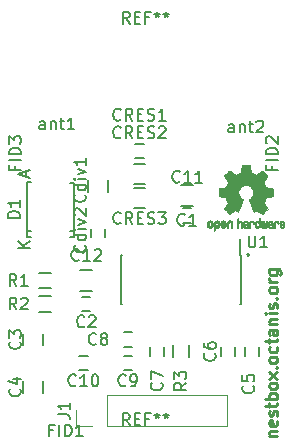
<source format=gto>
%TF.GenerationSoftware,KiCad,Pcbnew,4.0.7*%
%TF.CreationDate,2018-06-20T04:11:10+02:00*%
%TF.ProjectId,RFID_BOARD_EM4095,524649445F424F4152445F454D343039,rev?*%
%TF.FileFunction,Legend,Top*%
%FSLAX46Y46*%
G04 Gerber Fmt 4.6, Leading zero omitted, Abs format (unit mm)*
G04 Created by KiCad (PCBNEW 4.0.7) date 2018 June 20, Wednesday 04:11:10*
%MOMM*%
%LPD*%
G01*
G04 APERTURE LIST*
%ADD10C,0.100000*%
%ADD11C,0.250000*%
%ADD12C,0.220000*%
%ADD13C,0.150000*%
%ADD14C,0.120000*%
%ADD15C,0.010000*%
G04 APERTURE END LIST*
D10*
D11*
X165607143Y-110261905D02*
X165654762Y-110214286D01*
X165702381Y-110261905D01*
X165654762Y-110309524D01*
X165607143Y-110261905D01*
X165702381Y-110261905D01*
D12*
X167485714Y-125661905D02*
X168152381Y-125661905D01*
X167580952Y-125661905D02*
X167533333Y-125614286D01*
X167485714Y-125519048D01*
X167485714Y-125376190D01*
X167533333Y-125280952D01*
X167628571Y-125233333D01*
X168152381Y-125233333D01*
X168104762Y-124376190D02*
X168152381Y-124471428D01*
X168152381Y-124661905D01*
X168104762Y-124757143D01*
X168009524Y-124804762D01*
X167628571Y-124804762D01*
X167533333Y-124757143D01*
X167485714Y-124661905D01*
X167485714Y-124471428D01*
X167533333Y-124376190D01*
X167628571Y-124328571D01*
X167723810Y-124328571D01*
X167819048Y-124804762D01*
X168104762Y-123947619D02*
X168152381Y-123852381D01*
X168152381Y-123661905D01*
X168104762Y-123566666D01*
X168009524Y-123519047D01*
X167961905Y-123519047D01*
X167866667Y-123566666D01*
X167819048Y-123661905D01*
X167819048Y-123804762D01*
X167771429Y-123900000D01*
X167676190Y-123947619D01*
X167628571Y-123947619D01*
X167533333Y-123900000D01*
X167485714Y-123804762D01*
X167485714Y-123661905D01*
X167533333Y-123566666D01*
X167485714Y-123233333D02*
X167485714Y-122852381D01*
X167152381Y-123090476D02*
X168009524Y-123090476D01*
X168104762Y-123042857D01*
X168152381Y-122947619D01*
X168152381Y-122852381D01*
X168152381Y-122519047D02*
X167152381Y-122519047D01*
X167533333Y-122519047D02*
X167485714Y-122423809D01*
X167485714Y-122233332D01*
X167533333Y-122138094D01*
X167580952Y-122090475D01*
X167676190Y-122042856D01*
X167961905Y-122042856D01*
X168057143Y-122090475D01*
X168104762Y-122138094D01*
X168152381Y-122233332D01*
X168152381Y-122423809D01*
X168104762Y-122519047D01*
X168152381Y-121471428D02*
X168104762Y-121566666D01*
X168057143Y-121614285D01*
X167961905Y-121661904D01*
X167676190Y-121661904D01*
X167580952Y-121614285D01*
X167533333Y-121566666D01*
X167485714Y-121471428D01*
X167485714Y-121328570D01*
X167533333Y-121233332D01*
X167580952Y-121185713D01*
X167676190Y-121138094D01*
X167961905Y-121138094D01*
X168057143Y-121185713D01*
X168104762Y-121233332D01*
X168152381Y-121328570D01*
X168152381Y-121471428D01*
X168152381Y-120804761D02*
X167485714Y-120280951D01*
X167485714Y-120804761D02*
X168152381Y-120280951D01*
X168057143Y-119899999D02*
X168104762Y-119852380D01*
X168152381Y-119899999D01*
X168104762Y-119947618D01*
X168057143Y-119899999D01*
X168152381Y-119899999D01*
X168152381Y-119280952D02*
X168104762Y-119376190D01*
X168057143Y-119423809D01*
X167961905Y-119471428D01*
X167676190Y-119471428D01*
X167580952Y-119423809D01*
X167533333Y-119376190D01*
X167485714Y-119280952D01*
X167485714Y-119138094D01*
X167533333Y-119042856D01*
X167580952Y-118995237D01*
X167676190Y-118947618D01*
X167961905Y-118947618D01*
X168057143Y-118995237D01*
X168104762Y-119042856D01*
X168152381Y-119138094D01*
X168152381Y-119280952D01*
X168104762Y-118090475D02*
X168152381Y-118185713D01*
X168152381Y-118376190D01*
X168104762Y-118471428D01*
X168057143Y-118519047D01*
X167961905Y-118566666D01*
X167676190Y-118566666D01*
X167580952Y-118519047D01*
X167533333Y-118471428D01*
X167485714Y-118376190D01*
X167485714Y-118185713D01*
X167533333Y-118090475D01*
X167485714Y-117804761D02*
X167485714Y-117423809D01*
X167152381Y-117661904D02*
X168009524Y-117661904D01*
X168104762Y-117614285D01*
X168152381Y-117519047D01*
X168152381Y-117423809D01*
X168152381Y-116661903D02*
X167628571Y-116661903D01*
X167533333Y-116709522D01*
X167485714Y-116804760D01*
X167485714Y-116995237D01*
X167533333Y-117090475D01*
X168104762Y-116661903D02*
X168152381Y-116757141D01*
X168152381Y-116995237D01*
X168104762Y-117090475D01*
X168009524Y-117138094D01*
X167914286Y-117138094D01*
X167819048Y-117090475D01*
X167771429Y-116995237D01*
X167771429Y-116757141D01*
X167723810Y-116661903D01*
X167485714Y-116185713D02*
X168152381Y-116185713D01*
X167580952Y-116185713D02*
X167533333Y-116138094D01*
X167485714Y-116042856D01*
X167485714Y-115899998D01*
X167533333Y-115804760D01*
X167628571Y-115757141D01*
X168152381Y-115757141D01*
X168152381Y-115280951D02*
X167485714Y-115280951D01*
X167152381Y-115280951D02*
X167200000Y-115328570D01*
X167247619Y-115280951D01*
X167200000Y-115233332D01*
X167152381Y-115280951D01*
X167247619Y-115280951D01*
X168104762Y-114852380D02*
X168152381Y-114757142D01*
X168152381Y-114566666D01*
X168104762Y-114471427D01*
X168009524Y-114423808D01*
X167961905Y-114423808D01*
X167866667Y-114471427D01*
X167819048Y-114566666D01*
X167819048Y-114709523D01*
X167771429Y-114804761D01*
X167676190Y-114852380D01*
X167628571Y-114852380D01*
X167533333Y-114804761D01*
X167485714Y-114709523D01*
X167485714Y-114566666D01*
X167533333Y-114471427D01*
X168057143Y-113995237D02*
X168104762Y-113947618D01*
X168152381Y-113995237D01*
X168104762Y-114042856D01*
X168057143Y-113995237D01*
X168152381Y-113995237D01*
X168152381Y-113376190D02*
X168104762Y-113471428D01*
X168057143Y-113519047D01*
X167961905Y-113566666D01*
X167676190Y-113566666D01*
X167580952Y-113519047D01*
X167533333Y-113471428D01*
X167485714Y-113376190D01*
X167485714Y-113233332D01*
X167533333Y-113138094D01*
X167580952Y-113090475D01*
X167676190Y-113042856D01*
X167961905Y-113042856D01*
X168057143Y-113090475D01*
X168104762Y-113138094D01*
X168152381Y-113233332D01*
X168152381Y-113376190D01*
X168152381Y-112614285D02*
X167485714Y-112614285D01*
X167676190Y-112614285D02*
X167580952Y-112566666D01*
X167533333Y-112519047D01*
X167485714Y-112423809D01*
X167485714Y-112328570D01*
X167485714Y-111566665D02*
X168295238Y-111566665D01*
X168390476Y-111614284D01*
X168438095Y-111661903D01*
X168485714Y-111757142D01*
X168485714Y-111899999D01*
X168438095Y-111995237D01*
X168104762Y-111566665D02*
X168152381Y-111661903D01*
X168152381Y-111852380D01*
X168104762Y-111947618D01*
X168057143Y-111995237D01*
X167961905Y-112042856D01*
X167676190Y-112042856D01*
X167580952Y-111995237D01*
X167533333Y-111947618D01*
X167485714Y-111852380D01*
X167485714Y-111661903D01*
X167533333Y-111566665D01*
D13*
X165400000Y-118850000D02*
X165400000Y-118150000D01*
X166600000Y-118150000D02*
X166600000Y-118850000D01*
X164600000Y-118150000D02*
X164600000Y-118850000D01*
X163400000Y-118850000D02*
X163400000Y-118150000D01*
X157400000Y-118850000D02*
X157400000Y-118150000D01*
X158600000Y-118150000D02*
X158600000Y-118850000D01*
X155850000Y-120100000D02*
X155150000Y-120100000D01*
X155150000Y-118900000D02*
X155850000Y-118900000D01*
X165075000Y-110325000D02*
X164970000Y-110325000D01*
X165075000Y-114475000D02*
X164970000Y-114475000D01*
X154925000Y-114475000D02*
X155030000Y-114475000D01*
X154925000Y-110325000D02*
X155030000Y-110325000D01*
X165075000Y-110325000D02*
X165075000Y-114475000D01*
X154925000Y-110325000D02*
X154925000Y-114475000D01*
X164970000Y-110325000D02*
X164970000Y-108950000D01*
X151650000Y-113900000D02*
X152350000Y-113900000D01*
X152350000Y-115100000D02*
X151650000Y-115100000D01*
X155150000Y-116900000D02*
X155850000Y-116900000D01*
X155850000Y-118100000D02*
X155150000Y-118100000D01*
X151400000Y-118900000D02*
X152100000Y-118900000D01*
X152100000Y-120100000D02*
X151400000Y-120100000D01*
X152150000Y-104000000D02*
X152150000Y-105000000D01*
X153850000Y-105000000D02*
X153850000Y-104000000D01*
X152400000Y-108850000D02*
X152400000Y-108150000D01*
X153600000Y-108150000D02*
X153600000Y-108850000D01*
X157000000Y-102650000D02*
X156000000Y-102650000D01*
X156000000Y-104350000D02*
X157000000Y-104350000D01*
X156000000Y-106350000D02*
X157000000Y-106350000D01*
X157000000Y-104650000D02*
X156000000Y-104650000D01*
X146650000Y-117000000D02*
X146650000Y-118000000D01*
X148350000Y-118000000D02*
X148350000Y-117000000D01*
X146650000Y-121000000D02*
X146650000Y-122000000D01*
X148350000Y-122000000D02*
X148350000Y-121000000D01*
X150800000Y-108806320D02*
X150600200Y-108806320D01*
X150750000Y-108349280D02*
X150601000Y-108349280D01*
X150800000Y-104203840D02*
X150651000Y-104203840D01*
X147200000Y-108801240D02*
X147349000Y-108801240D01*
X147200000Y-108349280D02*
X147349000Y-108349280D01*
X147200000Y-104198760D02*
X147349000Y-104198760D01*
X150948980Y-108349280D02*
X150750860Y-108349280D01*
X147001020Y-108349280D02*
X147199140Y-108349280D01*
X150996440Y-104203840D02*
X150798320Y-104203840D01*
X150996440Y-108806320D02*
X150996440Y-104203840D01*
X150996440Y-108806320D02*
X150798320Y-108806320D01*
X147001020Y-108801240D02*
X147199140Y-108801240D01*
X147001020Y-108801240D02*
X147001020Y-104198760D01*
X147001020Y-104198760D02*
X147199140Y-104198760D01*
D14*
X163950000Y-124830000D02*
X163950000Y-122170000D01*
X153730000Y-124830000D02*
X163950000Y-124830000D01*
X153730000Y-122170000D02*
X163950000Y-122170000D01*
X153730000Y-124830000D02*
X153730000Y-122170000D01*
X152460000Y-124830000D02*
X151130000Y-124830000D01*
X151130000Y-124830000D02*
X151130000Y-123500000D01*
D13*
X149000000Y-113175000D02*
X148000000Y-113175000D01*
X148000000Y-111825000D02*
X149000000Y-111825000D01*
X148000000Y-113825000D02*
X149000000Y-113825000D01*
X149000000Y-115175000D02*
X148000000Y-115175000D01*
X160675000Y-118000000D02*
X160675000Y-119000000D01*
X159325000Y-119000000D02*
X159325000Y-118000000D01*
X156850000Y-102100000D02*
X156150000Y-102100000D01*
X156150000Y-100900000D02*
X156850000Y-100900000D01*
X160850000Y-107600000D02*
X160150000Y-107600000D01*
X160150000Y-106400000D02*
X160850000Y-106400000D01*
D15*
G36*
X163099744Y-107419918D02*
X163155201Y-107447568D01*
X163204148Y-107498480D01*
X163217629Y-107517338D01*
X163232314Y-107542015D01*
X163241842Y-107568816D01*
X163247293Y-107604587D01*
X163249747Y-107656169D01*
X163250286Y-107724267D01*
X163247852Y-107817588D01*
X163239394Y-107887657D01*
X163223174Y-107939931D01*
X163197454Y-107979869D01*
X163160497Y-108012929D01*
X163157782Y-108014886D01*
X163121360Y-108034908D01*
X163077502Y-108044815D01*
X163021724Y-108047257D01*
X162931048Y-108047257D01*
X162931010Y-108135283D01*
X162930166Y-108184308D01*
X162925024Y-108213065D01*
X162911587Y-108230311D01*
X162885858Y-108244808D01*
X162879679Y-108247769D01*
X162850764Y-108261648D01*
X162828376Y-108270414D01*
X162811729Y-108271171D01*
X162800036Y-108261023D01*
X162792510Y-108237073D01*
X162788366Y-108196426D01*
X162786815Y-108136186D01*
X162787071Y-108053455D01*
X162788349Y-107945339D01*
X162788748Y-107913000D01*
X162790185Y-107801524D01*
X162791472Y-107728603D01*
X162930971Y-107728603D01*
X162931755Y-107790499D01*
X162935240Y-107830997D01*
X162943124Y-107857708D01*
X162957105Y-107878244D01*
X162966597Y-107888260D01*
X163005404Y-107917567D01*
X163039763Y-107919952D01*
X163075216Y-107895750D01*
X163076114Y-107894857D01*
X163090539Y-107876153D01*
X163099313Y-107850732D01*
X163103739Y-107811584D01*
X163105118Y-107751697D01*
X163105143Y-107738430D01*
X163101812Y-107655901D01*
X163090969Y-107598691D01*
X163071340Y-107563766D01*
X163041650Y-107548094D01*
X163024491Y-107546514D01*
X162983766Y-107553926D01*
X162955832Y-107578330D01*
X162939017Y-107622980D01*
X162931650Y-107691130D01*
X162930971Y-107728603D01*
X162791472Y-107728603D01*
X162791708Y-107715245D01*
X162793677Y-107650333D01*
X162796450Y-107602958D01*
X162800388Y-107569290D01*
X162805849Y-107545498D01*
X162813192Y-107527753D01*
X162822777Y-107512224D01*
X162826887Y-107506381D01*
X162881405Y-107451185D01*
X162950336Y-107419890D01*
X163030072Y-107411165D01*
X163099744Y-107419918D01*
X163099744Y-107419918D01*
G37*
X163099744Y-107419918D02*
X163155201Y-107447568D01*
X163204148Y-107498480D01*
X163217629Y-107517338D01*
X163232314Y-107542015D01*
X163241842Y-107568816D01*
X163247293Y-107604587D01*
X163249747Y-107656169D01*
X163250286Y-107724267D01*
X163247852Y-107817588D01*
X163239394Y-107887657D01*
X163223174Y-107939931D01*
X163197454Y-107979869D01*
X163160497Y-108012929D01*
X163157782Y-108014886D01*
X163121360Y-108034908D01*
X163077502Y-108044815D01*
X163021724Y-108047257D01*
X162931048Y-108047257D01*
X162931010Y-108135283D01*
X162930166Y-108184308D01*
X162925024Y-108213065D01*
X162911587Y-108230311D01*
X162885858Y-108244808D01*
X162879679Y-108247769D01*
X162850764Y-108261648D01*
X162828376Y-108270414D01*
X162811729Y-108271171D01*
X162800036Y-108261023D01*
X162792510Y-108237073D01*
X162788366Y-108196426D01*
X162786815Y-108136186D01*
X162787071Y-108053455D01*
X162788349Y-107945339D01*
X162788748Y-107913000D01*
X162790185Y-107801524D01*
X162791472Y-107728603D01*
X162930971Y-107728603D01*
X162931755Y-107790499D01*
X162935240Y-107830997D01*
X162943124Y-107857708D01*
X162957105Y-107878244D01*
X162966597Y-107888260D01*
X163005404Y-107917567D01*
X163039763Y-107919952D01*
X163075216Y-107895750D01*
X163076114Y-107894857D01*
X163090539Y-107876153D01*
X163099313Y-107850732D01*
X163103739Y-107811584D01*
X163105118Y-107751697D01*
X163105143Y-107738430D01*
X163101812Y-107655901D01*
X163090969Y-107598691D01*
X163071340Y-107563766D01*
X163041650Y-107548094D01*
X163024491Y-107546514D01*
X162983766Y-107553926D01*
X162955832Y-107578330D01*
X162939017Y-107622980D01*
X162931650Y-107691130D01*
X162930971Y-107728603D01*
X162791472Y-107728603D01*
X162791708Y-107715245D01*
X162793677Y-107650333D01*
X162796450Y-107602958D01*
X162800388Y-107569290D01*
X162805849Y-107545498D01*
X162813192Y-107527753D01*
X162822777Y-107512224D01*
X162826887Y-107506381D01*
X162881405Y-107451185D01*
X162950336Y-107419890D01*
X163030072Y-107411165D01*
X163099744Y-107419918D01*
G36*
X164216093Y-107427780D02*
X164262672Y-107454723D01*
X164295057Y-107481466D01*
X164318742Y-107509484D01*
X164335059Y-107543748D01*
X164345339Y-107589227D01*
X164350914Y-107650892D01*
X164353116Y-107733711D01*
X164353371Y-107793246D01*
X164353371Y-108012391D01*
X164291686Y-108040044D01*
X164230000Y-108067697D01*
X164222743Y-107827670D01*
X164219744Y-107738028D01*
X164216598Y-107672962D01*
X164212701Y-107628026D01*
X164207447Y-107598770D01*
X164200231Y-107580748D01*
X164190450Y-107569511D01*
X164187312Y-107567079D01*
X164139761Y-107548083D01*
X164091697Y-107555600D01*
X164063086Y-107575543D01*
X164051447Y-107589675D01*
X164043391Y-107608220D01*
X164038271Y-107636334D01*
X164035441Y-107679173D01*
X164034256Y-107741895D01*
X164034057Y-107807261D01*
X164034018Y-107889268D01*
X164032614Y-107947316D01*
X164027914Y-107986465D01*
X164017987Y-108011780D01*
X164000903Y-108028323D01*
X163974732Y-108041156D01*
X163939775Y-108054491D01*
X163901596Y-108069007D01*
X163906141Y-107811389D01*
X163907971Y-107718519D01*
X163910112Y-107649889D01*
X163913181Y-107600711D01*
X163917794Y-107566198D01*
X163924568Y-107541562D01*
X163934119Y-107522016D01*
X163945634Y-107504770D01*
X164001190Y-107449680D01*
X164068980Y-107417822D01*
X164142713Y-107410191D01*
X164216093Y-107427780D01*
X164216093Y-107427780D01*
G37*
X164216093Y-107427780D02*
X164262672Y-107454723D01*
X164295057Y-107481466D01*
X164318742Y-107509484D01*
X164335059Y-107543748D01*
X164345339Y-107589227D01*
X164350914Y-107650892D01*
X164353116Y-107733711D01*
X164353371Y-107793246D01*
X164353371Y-108012391D01*
X164291686Y-108040044D01*
X164230000Y-108067697D01*
X164222743Y-107827670D01*
X164219744Y-107738028D01*
X164216598Y-107672962D01*
X164212701Y-107628026D01*
X164207447Y-107598770D01*
X164200231Y-107580748D01*
X164190450Y-107569511D01*
X164187312Y-107567079D01*
X164139761Y-107548083D01*
X164091697Y-107555600D01*
X164063086Y-107575543D01*
X164051447Y-107589675D01*
X164043391Y-107608220D01*
X164038271Y-107636334D01*
X164035441Y-107679173D01*
X164034256Y-107741895D01*
X164034057Y-107807261D01*
X164034018Y-107889268D01*
X164032614Y-107947316D01*
X164027914Y-107986465D01*
X164017987Y-108011780D01*
X164000903Y-108028323D01*
X163974732Y-108041156D01*
X163939775Y-108054491D01*
X163901596Y-108069007D01*
X163906141Y-107811389D01*
X163907971Y-107718519D01*
X163910112Y-107649889D01*
X163913181Y-107600711D01*
X163917794Y-107566198D01*
X163924568Y-107541562D01*
X163934119Y-107522016D01*
X163945634Y-107504770D01*
X164001190Y-107449680D01*
X164068980Y-107417822D01*
X164142713Y-107410191D01*
X164216093Y-107427780D01*
G36*
X162541115Y-107421962D02*
X162609145Y-107457733D01*
X162659351Y-107515301D01*
X162677185Y-107552312D01*
X162691063Y-107607882D01*
X162698167Y-107678096D01*
X162698840Y-107754727D01*
X162693427Y-107829552D01*
X162682270Y-107894342D01*
X162665714Y-107940873D01*
X162660626Y-107948887D01*
X162600355Y-108008707D01*
X162528769Y-108044535D01*
X162451092Y-108055020D01*
X162372548Y-108038810D01*
X162350689Y-108029092D01*
X162308122Y-107999143D01*
X162270763Y-107959433D01*
X162267232Y-107954397D01*
X162252881Y-107930124D01*
X162243394Y-107904178D01*
X162237790Y-107870022D01*
X162235086Y-107821119D01*
X162234299Y-107750935D01*
X162234286Y-107735200D01*
X162234322Y-107730192D01*
X162379429Y-107730192D01*
X162380273Y-107796430D01*
X162383596Y-107840386D01*
X162390583Y-107868779D01*
X162402416Y-107888325D01*
X162408457Y-107894857D01*
X162443186Y-107919680D01*
X162476903Y-107918548D01*
X162510995Y-107897016D01*
X162531329Y-107874029D01*
X162543371Y-107840478D01*
X162550134Y-107787569D01*
X162550598Y-107781399D01*
X162551752Y-107685513D01*
X162539688Y-107614299D01*
X162514570Y-107568194D01*
X162476560Y-107547635D01*
X162462992Y-107546514D01*
X162427364Y-107552152D01*
X162402994Y-107571686D01*
X162388093Y-107609042D01*
X162380875Y-107668150D01*
X162379429Y-107730192D01*
X162234322Y-107730192D01*
X162234826Y-107660413D01*
X162237096Y-107608159D01*
X162242068Y-107571949D01*
X162250713Y-107545299D01*
X162264005Y-107521722D01*
X162266943Y-107517338D01*
X162316313Y-107458249D01*
X162370109Y-107423947D01*
X162435602Y-107410331D01*
X162457842Y-107409665D01*
X162541115Y-107421962D01*
X162541115Y-107421962D01*
G37*
X162541115Y-107421962D02*
X162609145Y-107457733D01*
X162659351Y-107515301D01*
X162677185Y-107552312D01*
X162691063Y-107607882D01*
X162698167Y-107678096D01*
X162698840Y-107754727D01*
X162693427Y-107829552D01*
X162682270Y-107894342D01*
X162665714Y-107940873D01*
X162660626Y-107948887D01*
X162600355Y-108008707D01*
X162528769Y-108044535D01*
X162451092Y-108055020D01*
X162372548Y-108038810D01*
X162350689Y-108029092D01*
X162308122Y-107999143D01*
X162270763Y-107959433D01*
X162267232Y-107954397D01*
X162252881Y-107930124D01*
X162243394Y-107904178D01*
X162237790Y-107870022D01*
X162235086Y-107821119D01*
X162234299Y-107750935D01*
X162234286Y-107735200D01*
X162234322Y-107730192D01*
X162379429Y-107730192D01*
X162380273Y-107796430D01*
X162383596Y-107840386D01*
X162390583Y-107868779D01*
X162402416Y-107888325D01*
X162408457Y-107894857D01*
X162443186Y-107919680D01*
X162476903Y-107918548D01*
X162510995Y-107897016D01*
X162531329Y-107874029D01*
X162543371Y-107840478D01*
X162550134Y-107787569D01*
X162550598Y-107781399D01*
X162551752Y-107685513D01*
X162539688Y-107614299D01*
X162514570Y-107568194D01*
X162476560Y-107547635D01*
X162462992Y-107546514D01*
X162427364Y-107552152D01*
X162402994Y-107571686D01*
X162388093Y-107609042D01*
X162380875Y-107668150D01*
X162379429Y-107730192D01*
X162234322Y-107730192D01*
X162234826Y-107660413D01*
X162237096Y-107608159D01*
X162242068Y-107571949D01*
X162250713Y-107545299D01*
X162264005Y-107521722D01*
X162266943Y-107517338D01*
X162316313Y-107458249D01*
X162370109Y-107423947D01*
X162435602Y-107410331D01*
X162457842Y-107409665D01*
X162541115Y-107421962D01*
G36*
X163668303Y-107431239D02*
X163725527Y-107469735D01*
X163769749Y-107525335D01*
X163796167Y-107596086D01*
X163801510Y-107648162D01*
X163800903Y-107669893D01*
X163795822Y-107686531D01*
X163781855Y-107701437D01*
X163754589Y-107717973D01*
X163709612Y-107739498D01*
X163642511Y-107769374D01*
X163642171Y-107769524D01*
X163580407Y-107797813D01*
X163529759Y-107822933D01*
X163495404Y-107842179D01*
X163482518Y-107852848D01*
X163482514Y-107852934D01*
X163493872Y-107876166D01*
X163520431Y-107901774D01*
X163550923Y-107920221D01*
X163566370Y-107923886D01*
X163608515Y-107911212D01*
X163644808Y-107879471D01*
X163662517Y-107844572D01*
X163679552Y-107818845D01*
X163712922Y-107789546D01*
X163752149Y-107764235D01*
X163786756Y-107750471D01*
X163793993Y-107749714D01*
X163802139Y-107762160D01*
X163802630Y-107793972D01*
X163796643Y-107836866D01*
X163785357Y-107882558D01*
X163769950Y-107922761D01*
X163769171Y-107924322D01*
X163722804Y-107989062D01*
X163662711Y-108033097D01*
X163594465Y-108054711D01*
X163523638Y-108052185D01*
X163455804Y-108023804D01*
X163452788Y-108021808D01*
X163399427Y-107973448D01*
X163364340Y-107910352D01*
X163344922Y-107827387D01*
X163342316Y-107804078D01*
X163337701Y-107694055D01*
X163343233Y-107642748D01*
X163482514Y-107642748D01*
X163484324Y-107674753D01*
X163494222Y-107684093D01*
X163518898Y-107677105D01*
X163557795Y-107660587D01*
X163601275Y-107639881D01*
X163602356Y-107639333D01*
X163639209Y-107619949D01*
X163654000Y-107607013D01*
X163650353Y-107593451D01*
X163634995Y-107575632D01*
X163595923Y-107549845D01*
X163553846Y-107547950D01*
X163516103Y-107566717D01*
X163490034Y-107602915D01*
X163482514Y-107642748D01*
X163343233Y-107642748D01*
X163347194Y-107606027D01*
X163371550Y-107536212D01*
X163405456Y-107487302D01*
X163466653Y-107437878D01*
X163534063Y-107413359D01*
X163602880Y-107411797D01*
X163668303Y-107431239D01*
X163668303Y-107431239D01*
G37*
X163668303Y-107431239D02*
X163725527Y-107469735D01*
X163769749Y-107525335D01*
X163796167Y-107596086D01*
X163801510Y-107648162D01*
X163800903Y-107669893D01*
X163795822Y-107686531D01*
X163781855Y-107701437D01*
X163754589Y-107717973D01*
X163709612Y-107739498D01*
X163642511Y-107769374D01*
X163642171Y-107769524D01*
X163580407Y-107797813D01*
X163529759Y-107822933D01*
X163495404Y-107842179D01*
X163482518Y-107852848D01*
X163482514Y-107852934D01*
X163493872Y-107876166D01*
X163520431Y-107901774D01*
X163550923Y-107920221D01*
X163566370Y-107923886D01*
X163608515Y-107911212D01*
X163644808Y-107879471D01*
X163662517Y-107844572D01*
X163679552Y-107818845D01*
X163712922Y-107789546D01*
X163752149Y-107764235D01*
X163786756Y-107750471D01*
X163793993Y-107749714D01*
X163802139Y-107762160D01*
X163802630Y-107793972D01*
X163796643Y-107836866D01*
X163785357Y-107882558D01*
X163769950Y-107922761D01*
X163769171Y-107924322D01*
X163722804Y-107989062D01*
X163662711Y-108033097D01*
X163594465Y-108054711D01*
X163523638Y-108052185D01*
X163455804Y-108023804D01*
X163452788Y-108021808D01*
X163399427Y-107973448D01*
X163364340Y-107910352D01*
X163344922Y-107827387D01*
X163342316Y-107804078D01*
X163337701Y-107694055D01*
X163343233Y-107642748D01*
X163482514Y-107642748D01*
X163484324Y-107674753D01*
X163494222Y-107684093D01*
X163518898Y-107677105D01*
X163557795Y-107660587D01*
X163601275Y-107639881D01*
X163602356Y-107639333D01*
X163639209Y-107619949D01*
X163654000Y-107607013D01*
X163650353Y-107593451D01*
X163634995Y-107575632D01*
X163595923Y-107549845D01*
X163553846Y-107547950D01*
X163516103Y-107566717D01*
X163490034Y-107602915D01*
X163482514Y-107642748D01*
X163343233Y-107642748D01*
X163347194Y-107606027D01*
X163371550Y-107536212D01*
X163405456Y-107487302D01*
X163466653Y-107437878D01*
X163534063Y-107413359D01*
X163602880Y-107411797D01*
X163668303Y-107431239D01*
G36*
X164875886Y-107351289D02*
X164880139Y-107410613D01*
X164885025Y-107445572D01*
X164891795Y-107460820D01*
X164901702Y-107461015D01*
X164904914Y-107459195D01*
X164947644Y-107446015D01*
X165003227Y-107446785D01*
X165059737Y-107460333D01*
X165095082Y-107477861D01*
X165131321Y-107505861D01*
X165157813Y-107537549D01*
X165175999Y-107577813D01*
X165187322Y-107631543D01*
X165193222Y-107703626D01*
X165195143Y-107798951D01*
X165195177Y-107817237D01*
X165195200Y-108022646D01*
X165149491Y-108038580D01*
X165117027Y-108049420D01*
X165099215Y-108054468D01*
X165098691Y-108054514D01*
X165096937Y-108040828D01*
X165095444Y-108003076D01*
X165094326Y-107946224D01*
X165093697Y-107875234D01*
X165093600Y-107832073D01*
X165093398Y-107746973D01*
X165092358Y-107685981D01*
X165089831Y-107644177D01*
X165085164Y-107616642D01*
X165077707Y-107598456D01*
X165066811Y-107584698D01*
X165060007Y-107578073D01*
X165013272Y-107551375D01*
X164962272Y-107549375D01*
X164916001Y-107571955D01*
X164907444Y-107580107D01*
X164894893Y-107595436D01*
X164886188Y-107613618D01*
X164880631Y-107639909D01*
X164877526Y-107679562D01*
X164876176Y-107737832D01*
X164875886Y-107818173D01*
X164875886Y-108022646D01*
X164830177Y-108038580D01*
X164797713Y-108049420D01*
X164779901Y-108054468D01*
X164779377Y-108054514D01*
X164778037Y-108040623D01*
X164776828Y-108001439D01*
X164775801Y-107940700D01*
X164775002Y-107862141D01*
X164774481Y-107769498D01*
X164774286Y-107666509D01*
X164774286Y-107269342D01*
X164821457Y-107249444D01*
X164868629Y-107229547D01*
X164875886Y-107351289D01*
X164875886Y-107351289D01*
G37*
X164875886Y-107351289D02*
X164880139Y-107410613D01*
X164885025Y-107445572D01*
X164891795Y-107460820D01*
X164901702Y-107461015D01*
X164904914Y-107459195D01*
X164947644Y-107446015D01*
X165003227Y-107446785D01*
X165059737Y-107460333D01*
X165095082Y-107477861D01*
X165131321Y-107505861D01*
X165157813Y-107537549D01*
X165175999Y-107577813D01*
X165187322Y-107631543D01*
X165193222Y-107703626D01*
X165195143Y-107798951D01*
X165195177Y-107817237D01*
X165195200Y-108022646D01*
X165149491Y-108038580D01*
X165117027Y-108049420D01*
X165099215Y-108054468D01*
X165098691Y-108054514D01*
X165096937Y-108040828D01*
X165095444Y-108003076D01*
X165094326Y-107946224D01*
X165093697Y-107875234D01*
X165093600Y-107832073D01*
X165093398Y-107746973D01*
X165092358Y-107685981D01*
X165089831Y-107644177D01*
X165085164Y-107616642D01*
X165077707Y-107598456D01*
X165066811Y-107584698D01*
X165060007Y-107578073D01*
X165013272Y-107551375D01*
X164962272Y-107549375D01*
X164916001Y-107571955D01*
X164907444Y-107580107D01*
X164894893Y-107595436D01*
X164886188Y-107613618D01*
X164880631Y-107639909D01*
X164877526Y-107679562D01*
X164876176Y-107737832D01*
X164875886Y-107818173D01*
X164875886Y-108022646D01*
X164830177Y-108038580D01*
X164797713Y-108049420D01*
X164779901Y-108054468D01*
X164779377Y-108054514D01*
X164778037Y-108040623D01*
X164776828Y-108001439D01*
X164775801Y-107940700D01*
X164775002Y-107862141D01*
X164774481Y-107769498D01*
X164774286Y-107666509D01*
X164774286Y-107269342D01*
X164821457Y-107249444D01*
X164868629Y-107229547D01*
X164875886Y-107351289D01*
G36*
X165539744Y-107450968D02*
X165596616Y-107472087D01*
X165597267Y-107472493D01*
X165632440Y-107498380D01*
X165658407Y-107528633D01*
X165676670Y-107568058D01*
X165688732Y-107621462D01*
X165696096Y-107693651D01*
X165700264Y-107789432D01*
X165700629Y-107803078D01*
X165705876Y-108008842D01*
X165661716Y-108031678D01*
X165629763Y-108047110D01*
X165610470Y-108054423D01*
X165609578Y-108054514D01*
X165606239Y-108041022D01*
X165603587Y-108004626D01*
X165601956Y-107951452D01*
X165601600Y-107908393D01*
X165601592Y-107838641D01*
X165598403Y-107794837D01*
X165587288Y-107773944D01*
X165563501Y-107772925D01*
X165522296Y-107788741D01*
X165460086Y-107817815D01*
X165414341Y-107841963D01*
X165390813Y-107862913D01*
X165383896Y-107885747D01*
X165383886Y-107886877D01*
X165395299Y-107926212D01*
X165429092Y-107947462D01*
X165480809Y-107950539D01*
X165518061Y-107950006D01*
X165537703Y-107960735D01*
X165549952Y-107986505D01*
X165557002Y-108019337D01*
X165546842Y-108037966D01*
X165543017Y-108040632D01*
X165507001Y-108051340D01*
X165456566Y-108052856D01*
X165404626Y-108045759D01*
X165367822Y-108032788D01*
X165316938Y-107989585D01*
X165288014Y-107929446D01*
X165282286Y-107882462D01*
X165286657Y-107840082D01*
X165302475Y-107805488D01*
X165333797Y-107774763D01*
X165384678Y-107743990D01*
X165459176Y-107709252D01*
X165463714Y-107707288D01*
X165530821Y-107676287D01*
X165572232Y-107650862D01*
X165589981Y-107628014D01*
X165586107Y-107604745D01*
X165562643Y-107578056D01*
X165555627Y-107571914D01*
X165508630Y-107548100D01*
X165459933Y-107549103D01*
X165417522Y-107572451D01*
X165389384Y-107615675D01*
X165386769Y-107624160D01*
X165361308Y-107665308D01*
X165329001Y-107685128D01*
X165282286Y-107704770D01*
X165282286Y-107653950D01*
X165296496Y-107580082D01*
X165338675Y-107512327D01*
X165360624Y-107489661D01*
X165410517Y-107460569D01*
X165473967Y-107447400D01*
X165539744Y-107450968D01*
X165539744Y-107450968D01*
G37*
X165539744Y-107450968D02*
X165596616Y-107472087D01*
X165597267Y-107472493D01*
X165632440Y-107498380D01*
X165658407Y-107528633D01*
X165676670Y-107568058D01*
X165688732Y-107621462D01*
X165696096Y-107693651D01*
X165700264Y-107789432D01*
X165700629Y-107803078D01*
X165705876Y-108008842D01*
X165661716Y-108031678D01*
X165629763Y-108047110D01*
X165610470Y-108054423D01*
X165609578Y-108054514D01*
X165606239Y-108041022D01*
X165603587Y-108004626D01*
X165601956Y-107951452D01*
X165601600Y-107908393D01*
X165601592Y-107838641D01*
X165598403Y-107794837D01*
X165587288Y-107773944D01*
X165563501Y-107772925D01*
X165522296Y-107788741D01*
X165460086Y-107817815D01*
X165414341Y-107841963D01*
X165390813Y-107862913D01*
X165383896Y-107885747D01*
X165383886Y-107886877D01*
X165395299Y-107926212D01*
X165429092Y-107947462D01*
X165480809Y-107950539D01*
X165518061Y-107950006D01*
X165537703Y-107960735D01*
X165549952Y-107986505D01*
X165557002Y-108019337D01*
X165546842Y-108037966D01*
X165543017Y-108040632D01*
X165507001Y-108051340D01*
X165456566Y-108052856D01*
X165404626Y-108045759D01*
X165367822Y-108032788D01*
X165316938Y-107989585D01*
X165288014Y-107929446D01*
X165282286Y-107882462D01*
X165286657Y-107840082D01*
X165302475Y-107805488D01*
X165333797Y-107774763D01*
X165384678Y-107743990D01*
X165459176Y-107709252D01*
X165463714Y-107707288D01*
X165530821Y-107676287D01*
X165572232Y-107650862D01*
X165589981Y-107628014D01*
X165586107Y-107604745D01*
X165562643Y-107578056D01*
X165555627Y-107571914D01*
X165508630Y-107548100D01*
X165459933Y-107549103D01*
X165417522Y-107572451D01*
X165389384Y-107615675D01*
X165386769Y-107624160D01*
X165361308Y-107665308D01*
X165329001Y-107685128D01*
X165282286Y-107704770D01*
X165282286Y-107653950D01*
X165296496Y-107580082D01*
X165338675Y-107512327D01*
X165360624Y-107489661D01*
X165410517Y-107460569D01*
X165473967Y-107447400D01*
X165539744Y-107450968D01*
G36*
X166029926Y-107449755D02*
X166095858Y-107474084D01*
X166149273Y-107517117D01*
X166170164Y-107547409D01*
X166192939Y-107602994D01*
X166192466Y-107643186D01*
X166168562Y-107670217D01*
X166159717Y-107674813D01*
X166121530Y-107689144D01*
X166102028Y-107685472D01*
X166095422Y-107661407D01*
X166095086Y-107648114D01*
X166082992Y-107599210D01*
X166051471Y-107564999D01*
X166007659Y-107548476D01*
X165958695Y-107552634D01*
X165918894Y-107574227D01*
X165905450Y-107586544D01*
X165895921Y-107601487D01*
X165889485Y-107624075D01*
X165885317Y-107659328D01*
X165882597Y-107712266D01*
X165880502Y-107787907D01*
X165879960Y-107811857D01*
X165877981Y-107893790D01*
X165875731Y-107951455D01*
X165872357Y-107989608D01*
X165867006Y-108013004D01*
X165858824Y-108026398D01*
X165846959Y-108034545D01*
X165839362Y-108038144D01*
X165807102Y-108050452D01*
X165788111Y-108054514D01*
X165781836Y-108040948D01*
X165778006Y-107999934D01*
X165776600Y-107930999D01*
X165777598Y-107833669D01*
X165777908Y-107818657D01*
X165780101Y-107729859D01*
X165782693Y-107665019D01*
X165786382Y-107619067D01*
X165791864Y-107586935D01*
X165799835Y-107563553D01*
X165810993Y-107543852D01*
X165816830Y-107535410D01*
X165850296Y-107498057D01*
X165887727Y-107469003D01*
X165892309Y-107466467D01*
X165959426Y-107446443D01*
X166029926Y-107449755D01*
X166029926Y-107449755D01*
G37*
X166029926Y-107449755D02*
X166095858Y-107474084D01*
X166149273Y-107517117D01*
X166170164Y-107547409D01*
X166192939Y-107602994D01*
X166192466Y-107643186D01*
X166168562Y-107670217D01*
X166159717Y-107674813D01*
X166121530Y-107689144D01*
X166102028Y-107685472D01*
X166095422Y-107661407D01*
X166095086Y-107648114D01*
X166082992Y-107599210D01*
X166051471Y-107564999D01*
X166007659Y-107548476D01*
X165958695Y-107552634D01*
X165918894Y-107574227D01*
X165905450Y-107586544D01*
X165895921Y-107601487D01*
X165889485Y-107624075D01*
X165885317Y-107659328D01*
X165882597Y-107712266D01*
X165880502Y-107787907D01*
X165879960Y-107811857D01*
X165877981Y-107893790D01*
X165875731Y-107951455D01*
X165872357Y-107989608D01*
X165867006Y-108013004D01*
X165858824Y-108026398D01*
X165846959Y-108034545D01*
X165839362Y-108038144D01*
X165807102Y-108050452D01*
X165788111Y-108054514D01*
X165781836Y-108040948D01*
X165778006Y-107999934D01*
X165776600Y-107930999D01*
X165777598Y-107833669D01*
X165777908Y-107818657D01*
X165780101Y-107729859D01*
X165782693Y-107665019D01*
X165786382Y-107619067D01*
X165791864Y-107586935D01*
X165799835Y-107563553D01*
X165810993Y-107543852D01*
X165816830Y-107535410D01*
X165850296Y-107498057D01*
X165887727Y-107469003D01*
X165892309Y-107466467D01*
X165959426Y-107446443D01*
X166029926Y-107449755D01*
G36*
X166690117Y-107565358D02*
X166689933Y-107673837D01*
X166689219Y-107757287D01*
X166687675Y-107819704D01*
X166685001Y-107865085D01*
X166680894Y-107897429D01*
X166675055Y-107920733D01*
X166667182Y-107938995D01*
X166661221Y-107949418D01*
X166611855Y-108005945D01*
X166549264Y-108041377D01*
X166480013Y-108054090D01*
X166410668Y-108042463D01*
X166369375Y-108021568D01*
X166326025Y-107985422D01*
X166296481Y-107941276D01*
X166278655Y-107883462D01*
X166270463Y-107806313D01*
X166269302Y-107749714D01*
X166269458Y-107745647D01*
X166370857Y-107745647D01*
X166371476Y-107810550D01*
X166374314Y-107853514D01*
X166380840Y-107881622D01*
X166392523Y-107901953D01*
X166406483Y-107917288D01*
X166453365Y-107946890D01*
X166503701Y-107949419D01*
X166551276Y-107924705D01*
X166554979Y-107921356D01*
X166570783Y-107903935D01*
X166580693Y-107883209D01*
X166586058Y-107852362D01*
X166588228Y-107804577D01*
X166588571Y-107751748D01*
X166587827Y-107685381D01*
X166584748Y-107641106D01*
X166578061Y-107612009D01*
X166566496Y-107591173D01*
X166557013Y-107580107D01*
X166512960Y-107552198D01*
X166462224Y-107548843D01*
X166413796Y-107570159D01*
X166404450Y-107578073D01*
X166388540Y-107595647D01*
X166378610Y-107616587D01*
X166373278Y-107647782D01*
X166371163Y-107696122D01*
X166370857Y-107745647D01*
X166269458Y-107745647D01*
X166272810Y-107658568D01*
X166284726Y-107590086D01*
X166307135Y-107538600D01*
X166342124Y-107498443D01*
X166369375Y-107477861D01*
X166418907Y-107455625D01*
X166476316Y-107445304D01*
X166529682Y-107448067D01*
X166559543Y-107459212D01*
X166571261Y-107462383D01*
X166579037Y-107450557D01*
X166584465Y-107418866D01*
X166588571Y-107370593D01*
X166593067Y-107316829D01*
X166599313Y-107284482D01*
X166610676Y-107265985D01*
X166630528Y-107253770D01*
X166643000Y-107248362D01*
X166690171Y-107228601D01*
X166690117Y-107565358D01*
X166690117Y-107565358D01*
G37*
X166690117Y-107565358D02*
X166689933Y-107673837D01*
X166689219Y-107757287D01*
X166687675Y-107819704D01*
X166685001Y-107865085D01*
X166680894Y-107897429D01*
X166675055Y-107920733D01*
X166667182Y-107938995D01*
X166661221Y-107949418D01*
X166611855Y-108005945D01*
X166549264Y-108041377D01*
X166480013Y-108054090D01*
X166410668Y-108042463D01*
X166369375Y-108021568D01*
X166326025Y-107985422D01*
X166296481Y-107941276D01*
X166278655Y-107883462D01*
X166270463Y-107806313D01*
X166269302Y-107749714D01*
X166269458Y-107745647D01*
X166370857Y-107745647D01*
X166371476Y-107810550D01*
X166374314Y-107853514D01*
X166380840Y-107881622D01*
X166392523Y-107901953D01*
X166406483Y-107917288D01*
X166453365Y-107946890D01*
X166503701Y-107949419D01*
X166551276Y-107924705D01*
X166554979Y-107921356D01*
X166570783Y-107903935D01*
X166580693Y-107883209D01*
X166586058Y-107852362D01*
X166588228Y-107804577D01*
X166588571Y-107751748D01*
X166587827Y-107685381D01*
X166584748Y-107641106D01*
X166578061Y-107612009D01*
X166566496Y-107591173D01*
X166557013Y-107580107D01*
X166512960Y-107552198D01*
X166462224Y-107548843D01*
X166413796Y-107570159D01*
X166404450Y-107578073D01*
X166388540Y-107595647D01*
X166378610Y-107616587D01*
X166373278Y-107647782D01*
X166371163Y-107696122D01*
X166370857Y-107745647D01*
X166269458Y-107745647D01*
X166272810Y-107658568D01*
X166284726Y-107590086D01*
X166307135Y-107538600D01*
X166342124Y-107498443D01*
X166369375Y-107477861D01*
X166418907Y-107455625D01*
X166476316Y-107445304D01*
X166529682Y-107448067D01*
X166559543Y-107459212D01*
X166571261Y-107462383D01*
X166579037Y-107450557D01*
X166584465Y-107418866D01*
X166588571Y-107370593D01*
X166593067Y-107316829D01*
X166599313Y-107284482D01*
X166610676Y-107265985D01*
X166630528Y-107253770D01*
X166643000Y-107248362D01*
X166690171Y-107228601D01*
X166690117Y-107565358D01*
G36*
X167279833Y-107458663D02*
X167282048Y-107496850D01*
X167283784Y-107554886D01*
X167284899Y-107628180D01*
X167285257Y-107705055D01*
X167285257Y-107965196D01*
X167239326Y-108011127D01*
X167207675Y-108039429D01*
X167179890Y-108050893D01*
X167141915Y-108050168D01*
X167126840Y-108048321D01*
X167079726Y-108042948D01*
X167040756Y-108039869D01*
X167031257Y-108039585D01*
X166999233Y-108041445D01*
X166953432Y-108046114D01*
X166935674Y-108048321D01*
X166892057Y-108051735D01*
X166862745Y-108044320D01*
X166833680Y-108021427D01*
X166823188Y-108011127D01*
X166777257Y-107965196D01*
X166777257Y-107478602D01*
X166814226Y-107461758D01*
X166846059Y-107449282D01*
X166864683Y-107444914D01*
X166869458Y-107458718D01*
X166873921Y-107497286D01*
X166877775Y-107556356D01*
X166880722Y-107631663D01*
X166882143Y-107695286D01*
X166886114Y-107945657D01*
X166920759Y-107950556D01*
X166952268Y-107947131D01*
X166967708Y-107936041D01*
X166972023Y-107915308D01*
X166975708Y-107871145D01*
X166978469Y-107809146D01*
X166980012Y-107734909D01*
X166980235Y-107696706D01*
X166980457Y-107476783D01*
X167026166Y-107460849D01*
X167058518Y-107450015D01*
X167076115Y-107444962D01*
X167076623Y-107444914D01*
X167078388Y-107458648D01*
X167080329Y-107496730D01*
X167082282Y-107554482D01*
X167084084Y-107627227D01*
X167085343Y-107695286D01*
X167089314Y-107945657D01*
X167176400Y-107945657D01*
X167180396Y-107717240D01*
X167184392Y-107488822D01*
X167226847Y-107466868D01*
X167258192Y-107451793D01*
X167276744Y-107444951D01*
X167277279Y-107444914D01*
X167279833Y-107458663D01*
X167279833Y-107458663D01*
G37*
X167279833Y-107458663D02*
X167282048Y-107496850D01*
X167283784Y-107554886D01*
X167284899Y-107628180D01*
X167285257Y-107705055D01*
X167285257Y-107965196D01*
X167239326Y-108011127D01*
X167207675Y-108039429D01*
X167179890Y-108050893D01*
X167141915Y-108050168D01*
X167126840Y-108048321D01*
X167079726Y-108042948D01*
X167040756Y-108039869D01*
X167031257Y-108039585D01*
X166999233Y-108041445D01*
X166953432Y-108046114D01*
X166935674Y-108048321D01*
X166892057Y-108051735D01*
X166862745Y-108044320D01*
X166833680Y-108021427D01*
X166823188Y-108011127D01*
X166777257Y-107965196D01*
X166777257Y-107478602D01*
X166814226Y-107461758D01*
X166846059Y-107449282D01*
X166864683Y-107444914D01*
X166869458Y-107458718D01*
X166873921Y-107497286D01*
X166877775Y-107556356D01*
X166880722Y-107631663D01*
X166882143Y-107695286D01*
X166886114Y-107945657D01*
X166920759Y-107950556D01*
X166952268Y-107947131D01*
X166967708Y-107936041D01*
X166972023Y-107915308D01*
X166975708Y-107871145D01*
X166978469Y-107809146D01*
X166980012Y-107734909D01*
X166980235Y-107696706D01*
X166980457Y-107476783D01*
X167026166Y-107460849D01*
X167058518Y-107450015D01*
X167076115Y-107444962D01*
X167076623Y-107444914D01*
X167078388Y-107458648D01*
X167080329Y-107496730D01*
X167082282Y-107554482D01*
X167084084Y-107627227D01*
X167085343Y-107695286D01*
X167089314Y-107945657D01*
X167176400Y-107945657D01*
X167180396Y-107717240D01*
X167184392Y-107488822D01*
X167226847Y-107466868D01*
X167258192Y-107451793D01*
X167276744Y-107444951D01*
X167277279Y-107444914D01*
X167279833Y-107458663D01*
G36*
X167644876Y-107456335D02*
X167686667Y-107475344D01*
X167719469Y-107498378D01*
X167743503Y-107524133D01*
X167760097Y-107557358D01*
X167770577Y-107602800D01*
X167776271Y-107665207D01*
X167778507Y-107749327D01*
X167778743Y-107804721D01*
X167778743Y-108020826D01*
X167741774Y-108037670D01*
X167712656Y-108049981D01*
X167698231Y-108054514D01*
X167695472Y-108041025D01*
X167693282Y-108004653D01*
X167691942Y-107951542D01*
X167691657Y-107909372D01*
X167690434Y-107848447D01*
X167687136Y-107800115D01*
X167682321Y-107770518D01*
X167678496Y-107764229D01*
X167652783Y-107770652D01*
X167612418Y-107787125D01*
X167565679Y-107809458D01*
X167520845Y-107833457D01*
X167486193Y-107854930D01*
X167470002Y-107869685D01*
X167469938Y-107869845D01*
X167471330Y-107897152D01*
X167483818Y-107923219D01*
X167505743Y-107944392D01*
X167537743Y-107951474D01*
X167565092Y-107950649D01*
X167603826Y-107950042D01*
X167624158Y-107959116D01*
X167636369Y-107983092D01*
X167637909Y-107987613D01*
X167643203Y-108021806D01*
X167629047Y-108042568D01*
X167592148Y-108052462D01*
X167552289Y-108054292D01*
X167480562Y-108040727D01*
X167443432Y-108021355D01*
X167397576Y-107975845D01*
X167373256Y-107919983D01*
X167371073Y-107860957D01*
X167391629Y-107805953D01*
X167422549Y-107771486D01*
X167453420Y-107752189D01*
X167501942Y-107727759D01*
X167558485Y-107702985D01*
X167567910Y-107699199D01*
X167630019Y-107671791D01*
X167665822Y-107647634D01*
X167677337Y-107623619D01*
X167666580Y-107596635D01*
X167648114Y-107575543D01*
X167604469Y-107549572D01*
X167556446Y-107547624D01*
X167512406Y-107567637D01*
X167480709Y-107607551D01*
X167476549Y-107617848D01*
X167452327Y-107655724D01*
X167416965Y-107683842D01*
X167372343Y-107706917D01*
X167372343Y-107641485D01*
X167374969Y-107601506D01*
X167386230Y-107569997D01*
X167411199Y-107536378D01*
X167435169Y-107510484D01*
X167472441Y-107473817D01*
X167501401Y-107454121D01*
X167532505Y-107446220D01*
X167567713Y-107444914D01*
X167644876Y-107456335D01*
X167644876Y-107456335D01*
G37*
X167644876Y-107456335D02*
X167686667Y-107475344D01*
X167719469Y-107498378D01*
X167743503Y-107524133D01*
X167760097Y-107557358D01*
X167770577Y-107602800D01*
X167776271Y-107665207D01*
X167778507Y-107749327D01*
X167778743Y-107804721D01*
X167778743Y-108020826D01*
X167741774Y-108037670D01*
X167712656Y-108049981D01*
X167698231Y-108054514D01*
X167695472Y-108041025D01*
X167693282Y-108004653D01*
X167691942Y-107951542D01*
X167691657Y-107909372D01*
X167690434Y-107848447D01*
X167687136Y-107800115D01*
X167682321Y-107770518D01*
X167678496Y-107764229D01*
X167652783Y-107770652D01*
X167612418Y-107787125D01*
X167565679Y-107809458D01*
X167520845Y-107833457D01*
X167486193Y-107854930D01*
X167470002Y-107869685D01*
X167469938Y-107869845D01*
X167471330Y-107897152D01*
X167483818Y-107923219D01*
X167505743Y-107944392D01*
X167537743Y-107951474D01*
X167565092Y-107950649D01*
X167603826Y-107950042D01*
X167624158Y-107959116D01*
X167636369Y-107983092D01*
X167637909Y-107987613D01*
X167643203Y-108021806D01*
X167629047Y-108042568D01*
X167592148Y-108052462D01*
X167552289Y-108054292D01*
X167480562Y-108040727D01*
X167443432Y-108021355D01*
X167397576Y-107975845D01*
X167373256Y-107919983D01*
X167371073Y-107860957D01*
X167391629Y-107805953D01*
X167422549Y-107771486D01*
X167453420Y-107752189D01*
X167501942Y-107727759D01*
X167558485Y-107702985D01*
X167567910Y-107699199D01*
X167630019Y-107671791D01*
X167665822Y-107647634D01*
X167677337Y-107623619D01*
X167666580Y-107596635D01*
X167648114Y-107575543D01*
X167604469Y-107549572D01*
X167556446Y-107547624D01*
X167512406Y-107567637D01*
X167480709Y-107607551D01*
X167476549Y-107617848D01*
X167452327Y-107655724D01*
X167416965Y-107683842D01*
X167372343Y-107706917D01*
X167372343Y-107641485D01*
X167374969Y-107601506D01*
X167386230Y-107569997D01*
X167411199Y-107536378D01*
X167435169Y-107510484D01*
X167472441Y-107473817D01*
X167501401Y-107454121D01*
X167532505Y-107446220D01*
X167567713Y-107444914D01*
X167644876Y-107456335D01*
G36*
X168152600Y-107458752D02*
X168169948Y-107466334D01*
X168211356Y-107499128D01*
X168246765Y-107546547D01*
X168268664Y-107597151D01*
X168272229Y-107622098D01*
X168260279Y-107656927D01*
X168234067Y-107675357D01*
X168205964Y-107686516D01*
X168193095Y-107688572D01*
X168186829Y-107673649D01*
X168174456Y-107641175D01*
X168169028Y-107626502D01*
X168138590Y-107575744D01*
X168094520Y-107550427D01*
X168038010Y-107551206D01*
X168033825Y-107552203D01*
X168003655Y-107566507D01*
X167981476Y-107594393D01*
X167966327Y-107639287D01*
X167957250Y-107704615D01*
X167953286Y-107793804D01*
X167952914Y-107841261D01*
X167952730Y-107916071D01*
X167951522Y-107967069D01*
X167948309Y-107999471D01*
X167942109Y-108018495D01*
X167931940Y-108029356D01*
X167916819Y-108037272D01*
X167915946Y-108037670D01*
X167886828Y-108049981D01*
X167872403Y-108054514D01*
X167870186Y-108040809D01*
X167868289Y-108002925D01*
X167866847Y-107945715D01*
X167865998Y-107874027D01*
X167865829Y-107821565D01*
X167866692Y-107720047D01*
X167870070Y-107643032D01*
X167877142Y-107586023D01*
X167889088Y-107544526D01*
X167907090Y-107514043D01*
X167932327Y-107490080D01*
X167957247Y-107473355D01*
X168017171Y-107451097D01*
X168086911Y-107446076D01*
X168152600Y-107458752D01*
X168152600Y-107458752D01*
G37*
X168152600Y-107458752D02*
X168169948Y-107466334D01*
X168211356Y-107499128D01*
X168246765Y-107546547D01*
X168268664Y-107597151D01*
X168272229Y-107622098D01*
X168260279Y-107656927D01*
X168234067Y-107675357D01*
X168205964Y-107686516D01*
X168193095Y-107688572D01*
X168186829Y-107673649D01*
X168174456Y-107641175D01*
X168169028Y-107626502D01*
X168138590Y-107575744D01*
X168094520Y-107550427D01*
X168038010Y-107551206D01*
X168033825Y-107552203D01*
X168003655Y-107566507D01*
X167981476Y-107594393D01*
X167966327Y-107639287D01*
X167957250Y-107704615D01*
X167953286Y-107793804D01*
X167952914Y-107841261D01*
X167952730Y-107916071D01*
X167951522Y-107967069D01*
X167948309Y-107999471D01*
X167942109Y-108018495D01*
X167931940Y-108029356D01*
X167916819Y-108037272D01*
X167915946Y-108037670D01*
X167886828Y-108049981D01*
X167872403Y-108054514D01*
X167870186Y-108040809D01*
X167868289Y-108002925D01*
X167866847Y-107945715D01*
X167865998Y-107874027D01*
X167865829Y-107821565D01*
X167866692Y-107720047D01*
X167870070Y-107643032D01*
X167877142Y-107586023D01*
X167889088Y-107544526D01*
X167907090Y-107514043D01*
X167932327Y-107490080D01*
X167957247Y-107473355D01*
X168017171Y-107451097D01*
X168086911Y-107446076D01*
X168152600Y-107458752D01*
G36*
X168653595Y-107466966D02*
X168711021Y-107504497D01*
X168738719Y-107538096D01*
X168760662Y-107599064D01*
X168762405Y-107647308D01*
X168758457Y-107711816D01*
X168609686Y-107776934D01*
X168537349Y-107810202D01*
X168490084Y-107836964D01*
X168465507Y-107860144D01*
X168461237Y-107882667D01*
X168474889Y-107907455D01*
X168489943Y-107923886D01*
X168533746Y-107950235D01*
X168581389Y-107952081D01*
X168625145Y-107931546D01*
X168657289Y-107890752D01*
X168663038Y-107876347D01*
X168690576Y-107831356D01*
X168722258Y-107812182D01*
X168765714Y-107795779D01*
X168765714Y-107857966D01*
X168761872Y-107900283D01*
X168746823Y-107935969D01*
X168715280Y-107976943D01*
X168710592Y-107982267D01*
X168675506Y-108018720D01*
X168645347Y-108038283D01*
X168607615Y-108047283D01*
X168576335Y-108050230D01*
X168520385Y-108050965D01*
X168480555Y-108041660D01*
X168455708Y-108027846D01*
X168416656Y-107997467D01*
X168389625Y-107964613D01*
X168372517Y-107923294D01*
X168363238Y-107867521D01*
X168359693Y-107791305D01*
X168359410Y-107752622D01*
X168360372Y-107706247D01*
X168448007Y-107706247D01*
X168449023Y-107731126D01*
X168451556Y-107735200D01*
X168468274Y-107729665D01*
X168504249Y-107715017D01*
X168552331Y-107694190D01*
X168562386Y-107689714D01*
X168623152Y-107658814D01*
X168656632Y-107631657D01*
X168663990Y-107606220D01*
X168646391Y-107580481D01*
X168631856Y-107569109D01*
X168579410Y-107546364D01*
X168530322Y-107550122D01*
X168489227Y-107577884D01*
X168460758Y-107627152D01*
X168451631Y-107666257D01*
X168448007Y-107706247D01*
X168360372Y-107706247D01*
X168361285Y-107662249D01*
X168368196Y-107595384D01*
X168381884Y-107546695D01*
X168404096Y-107510849D01*
X168436574Y-107482513D01*
X168450733Y-107473355D01*
X168515053Y-107449507D01*
X168585473Y-107448006D01*
X168653595Y-107466966D01*
X168653595Y-107466966D01*
G37*
X168653595Y-107466966D02*
X168711021Y-107504497D01*
X168738719Y-107538096D01*
X168760662Y-107599064D01*
X168762405Y-107647308D01*
X168758457Y-107711816D01*
X168609686Y-107776934D01*
X168537349Y-107810202D01*
X168490084Y-107836964D01*
X168465507Y-107860144D01*
X168461237Y-107882667D01*
X168474889Y-107907455D01*
X168489943Y-107923886D01*
X168533746Y-107950235D01*
X168581389Y-107952081D01*
X168625145Y-107931546D01*
X168657289Y-107890752D01*
X168663038Y-107876347D01*
X168690576Y-107831356D01*
X168722258Y-107812182D01*
X168765714Y-107795779D01*
X168765714Y-107857966D01*
X168761872Y-107900283D01*
X168746823Y-107935969D01*
X168715280Y-107976943D01*
X168710592Y-107982267D01*
X168675506Y-108018720D01*
X168645347Y-108038283D01*
X168607615Y-108047283D01*
X168576335Y-108050230D01*
X168520385Y-108050965D01*
X168480555Y-108041660D01*
X168455708Y-108027846D01*
X168416656Y-107997467D01*
X168389625Y-107964613D01*
X168372517Y-107923294D01*
X168363238Y-107867521D01*
X168359693Y-107791305D01*
X168359410Y-107752622D01*
X168360372Y-107706247D01*
X168448007Y-107706247D01*
X168449023Y-107731126D01*
X168451556Y-107735200D01*
X168468274Y-107729665D01*
X168504249Y-107715017D01*
X168552331Y-107694190D01*
X168562386Y-107689714D01*
X168623152Y-107658814D01*
X168656632Y-107631657D01*
X168663990Y-107606220D01*
X168646391Y-107580481D01*
X168631856Y-107569109D01*
X168579410Y-107546364D01*
X168530322Y-107550122D01*
X168489227Y-107577884D01*
X168460758Y-107627152D01*
X168451631Y-107666257D01*
X168448007Y-107706247D01*
X168360372Y-107706247D01*
X168361285Y-107662249D01*
X168368196Y-107595384D01*
X168381884Y-107546695D01*
X168404096Y-107510849D01*
X168436574Y-107482513D01*
X168450733Y-107473355D01*
X168515053Y-107449507D01*
X168585473Y-107448006D01*
X168653595Y-107466966D01*
G36*
X165603910Y-102742348D02*
X165682454Y-102742778D01*
X165739298Y-102743942D01*
X165778105Y-102746207D01*
X165802538Y-102749940D01*
X165816262Y-102755506D01*
X165822940Y-102763273D01*
X165826236Y-102773605D01*
X165826556Y-102774943D01*
X165831562Y-102799079D01*
X165840829Y-102846701D01*
X165853392Y-102912741D01*
X165868287Y-102992128D01*
X165884551Y-103079796D01*
X165885119Y-103082875D01*
X165901410Y-103168789D01*
X165916652Y-103244696D01*
X165929861Y-103306045D01*
X165940054Y-103348282D01*
X165946248Y-103366855D01*
X165946543Y-103367184D01*
X165964788Y-103376253D01*
X166002405Y-103391367D01*
X166051271Y-103409262D01*
X166051543Y-103409358D01*
X166113093Y-103432493D01*
X166185657Y-103461965D01*
X166254057Y-103491597D01*
X166257294Y-103493062D01*
X166368702Y-103543626D01*
X166615399Y-103375160D01*
X166691077Y-103323803D01*
X166759631Y-103277889D01*
X166817088Y-103240030D01*
X166859476Y-103212837D01*
X166882825Y-103198921D01*
X166885042Y-103197889D01*
X166902010Y-103202484D01*
X166933701Y-103224655D01*
X166981352Y-103265447D01*
X167046198Y-103325905D01*
X167112397Y-103390227D01*
X167176214Y-103453612D01*
X167233329Y-103511451D01*
X167280305Y-103560175D01*
X167313703Y-103596210D01*
X167330085Y-103615984D01*
X167330694Y-103617002D01*
X167332505Y-103630572D01*
X167325683Y-103652733D01*
X167308540Y-103686478D01*
X167279393Y-103734800D01*
X167236555Y-103800692D01*
X167179448Y-103885517D01*
X167128766Y-103960177D01*
X167083461Y-104027140D01*
X167046150Y-104082516D01*
X167019452Y-104122420D01*
X167005985Y-104142962D01*
X167005137Y-104144356D01*
X167006781Y-104164038D01*
X167019245Y-104202293D01*
X167040048Y-104251889D01*
X167047462Y-104267728D01*
X167079814Y-104338290D01*
X167114328Y-104418353D01*
X167142365Y-104487629D01*
X167162568Y-104539045D01*
X167178615Y-104578119D01*
X167187888Y-104598541D01*
X167189041Y-104600114D01*
X167206096Y-104602721D01*
X167246298Y-104609863D01*
X167304302Y-104620523D01*
X167374763Y-104633685D01*
X167452335Y-104648333D01*
X167531672Y-104663449D01*
X167607431Y-104678018D01*
X167674264Y-104691022D01*
X167726828Y-104701445D01*
X167759776Y-104708270D01*
X167767857Y-104710199D01*
X167776205Y-104714962D01*
X167782506Y-104725718D01*
X167787045Y-104746098D01*
X167790104Y-104779734D01*
X167791967Y-104830255D01*
X167792918Y-104901292D01*
X167793240Y-104996476D01*
X167793257Y-105035492D01*
X167793257Y-105352799D01*
X167717057Y-105367839D01*
X167674663Y-105375995D01*
X167611400Y-105387899D01*
X167534962Y-105402116D01*
X167453043Y-105417210D01*
X167430400Y-105421355D01*
X167354806Y-105436053D01*
X167288953Y-105450505D01*
X167238366Y-105463375D01*
X167208574Y-105473322D01*
X167203612Y-105476287D01*
X167191426Y-105497283D01*
X167173953Y-105537967D01*
X167154577Y-105590322D01*
X167150734Y-105601600D01*
X167125339Y-105671523D01*
X167093817Y-105750418D01*
X167062969Y-105821266D01*
X167062817Y-105821595D01*
X167011447Y-105932733D01*
X167180399Y-106181253D01*
X167349352Y-106429772D01*
X167132429Y-106647058D01*
X167066819Y-106711726D01*
X167006979Y-106768733D01*
X166956267Y-106815033D01*
X166918046Y-106847584D01*
X166895675Y-106863343D01*
X166892466Y-106864343D01*
X166873626Y-106856469D01*
X166835180Y-106834578D01*
X166781330Y-106801267D01*
X166716276Y-106759131D01*
X166645940Y-106711943D01*
X166574555Y-106663810D01*
X166510908Y-106621928D01*
X166459041Y-106588871D01*
X166422995Y-106567218D01*
X166406867Y-106559543D01*
X166387189Y-106566037D01*
X166349875Y-106583150D01*
X166302621Y-106607326D01*
X166297612Y-106610013D01*
X166233977Y-106641927D01*
X166190341Y-106657579D01*
X166163202Y-106657745D01*
X166149057Y-106643204D01*
X166148975Y-106643000D01*
X166141905Y-106625779D01*
X166125042Y-106584899D01*
X166099695Y-106523525D01*
X166067171Y-106444819D01*
X166028778Y-106351947D01*
X165985822Y-106248072D01*
X165944222Y-106147502D01*
X165898504Y-106036516D01*
X165856526Y-105933703D01*
X165819548Y-105842215D01*
X165788827Y-105765201D01*
X165765622Y-105705815D01*
X165751190Y-105667209D01*
X165746743Y-105652800D01*
X165757896Y-105636272D01*
X165787069Y-105609930D01*
X165825971Y-105580887D01*
X165936757Y-105489039D01*
X166023351Y-105383759D01*
X166084716Y-105267266D01*
X166119815Y-105141776D01*
X166127608Y-105009507D01*
X166121943Y-104948457D01*
X166091078Y-104821795D01*
X166037920Y-104709941D01*
X165965767Y-104614001D01*
X165877917Y-104535076D01*
X165777665Y-104474270D01*
X165668310Y-104432687D01*
X165553147Y-104411428D01*
X165435475Y-104411599D01*
X165318590Y-104434301D01*
X165205789Y-104480638D01*
X165100369Y-104551713D01*
X165056368Y-104591911D01*
X164971979Y-104695129D01*
X164913222Y-104807925D01*
X164879704Y-104927010D01*
X164871035Y-105049095D01*
X164886823Y-105170893D01*
X164926678Y-105289116D01*
X164990207Y-105400475D01*
X165077021Y-105501684D01*
X165174029Y-105580887D01*
X165214437Y-105611162D01*
X165242982Y-105637219D01*
X165253257Y-105652825D01*
X165247877Y-105669843D01*
X165232575Y-105710500D01*
X165208612Y-105771642D01*
X165177244Y-105850119D01*
X165139732Y-105942780D01*
X165097333Y-106046472D01*
X165055663Y-106147526D01*
X165009690Y-106258607D01*
X164967107Y-106361541D01*
X164929221Y-106453165D01*
X164897340Y-106530316D01*
X164872771Y-106589831D01*
X164856820Y-106628544D01*
X164850910Y-106643000D01*
X164836948Y-106657685D01*
X164809940Y-106657642D01*
X164766413Y-106642099D01*
X164702890Y-106610284D01*
X164702388Y-106610013D01*
X164654560Y-106585323D01*
X164615897Y-106567338D01*
X164594095Y-106559614D01*
X164593133Y-106559543D01*
X164576721Y-106567378D01*
X164540487Y-106589165D01*
X164488474Y-106622328D01*
X164424725Y-106664291D01*
X164354060Y-106711943D01*
X164282116Y-106760191D01*
X164217274Y-106802151D01*
X164163735Y-106835227D01*
X164125697Y-106856821D01*
X164107533Y-106864343D01*
X164090808Y-106854457D01*
X164057180Y-106826826D01*
X164010010Y-106784495D01*
X163952658Y-106730505D01*
X163888484Y-106667899D01*
X163867497Y-106646983D01*
X163650499Y-106429623D01*
X163815668Y-106187220D01*
X163865864Y-106112781D01*
X163909919Y-106045972D01*
X163945362Y-105990665D01*
X163969719Y-105950729D01*
X163980522Y-105930036D01*
X163980838Y-105928563D01*
X163975143Y-105909058D01*
X163959826Y-105869822D01*
X163937537Y-105817430D01*
X163921893Y-105782355D01*
X163892641Y-105715201D01*
X163865094Y-105647358D01*
X163843737Y-105590034D01*
X163837935Y-105572572D01*
X163821452Y-105525938D01*
X163805340Y-105489905D01*
X163796490Y-105476287D01*
X163776960Y-105467952D01*
X163734334Y-105456137D01*
X163674145Y-105442181D01*
X163601922Y-105427422D01*
X163569600Y-105421355D01*
X163487522Y-105406273D01*
X163408795Y-105391669D01*
X163341109Y-105378980D01*
X163292160Y-105369642D01*
X163282943Y-105367839D01*
X163206743Y-105352799D01*
X163206743Y-105035492D01*
X163206914Y-104931154D01*
X163207616Y-104852213D01*
X163209134Y-104795038D01*
X163211749Y-104755999D01*
X163215746Y-104731465D01*
X163221409Y-104717805D01*
X163229020Y-104711389D01*
X163232143Y-104710199D01*
X163250978Y-104705980D01*
X163292588Y-104697562D01*
X163351630Y-104685961D01*
X163422757Y-104672195D01*
X163500625Y-104657280D01*
X163579887Y-104642232D01*
X163655198Y-104628069D01*
X163721213Y-104615806D01*
X163772587Y-104606461D01*
X163803975Y-104601050D01*
X163810959Y-104600114D01*
X163817285Y-104587596D01*
X163831290Y-104554246D01*
X163850355Y-104506377D01*
X163857634Y-104487629D01*
X163886996Y-104415195D01*
X163921571Y-104335170D01*
X163952537Y-104267728D01*
X163975323Y-104216159D01*
X163990482Y-104173785D01*
X163995542Y-104147834D01*
X163994736Y-104144356D01*
X163984041Y-104127936D01*
X163959620Y-104091417D01*
X163924095Y-104038687D01*
X163880087Y-103973635D01*
X163830217Y-103900151D01*
X163820356Y-103885645D01*
X163762492Y-103799704D01*
X163719956Y-103734261D01*
X163691054Y-103686304D01*
X163674090Y-103652820D01*
X163667367Y-103630795D01*
X163669190Y-103617217D01*
X163669236Y-103617131D01*
X163683586Y-103599297D01*
X163715323Y-103564817D01*
X163761010Y-103517268D01*
X163817204Y-103460222D01*
X163880468Y-103397255D01*
X163887602Y-103390227D01*
X163967330Y-103313020D01*
X164028857Y-103256330D01*
X164073421Y-103219110D01*
X164102257Y-103200315D01*
X164114958Y-103197889D01*
X164133494Y-103208471D01*
X164171961Y-103232916D01*
X164226386Y-103268612D01*
X164292798Y-103312947D01*
X164367225Y-103363311D01*
X164384601Y-103375160D01*
X164631297Y-103543626D01*
X164742706Y-103493062D01*
X164810457Y-103463595D01*
X164883183Y-103433959D01*
X164945703Y-103410330D01*
X164948457Y-103409358D01*
X164997360Y-103391457D01*
X165035057Y-103376320D01*
X165053425Y-103367210D01*
X165053456Y-103367184D01*
X165059285Y-103350717D01*
X165069192Y-103310219D01*
X165082195Y-103250242D01*
X165097309Y-103175340D01*
X165113552Y-103090064D01*
X165114881Y-103082875D01*
X165131175Y-102995014D01*
X165146133Y-102915260D01*
X165158791Y-102848681D01*
X165168186Y-102800347D01*
X165173354Y-102775325D01*
X165173444Y-102774943D01*
X165176589Y-102764299D01*
X165182704Y-102756262D01*
X165195453Y-102750467D01*
X165218500Y-102746547D01*
X165255509Y-102744135D01*
X165310144Y-102742865D01*
X165386067Y-102742371D01*
X165486944Y-102742286D01*
X165500000Y-102742286D01*
X165603910Y-102742348D01*
X165603910Y-102742348D01*
G37*
X165603910Y-102742348D02*
X165682454Y-102742778D01*
X165739298Y-102743942D01*
X165778105Y-102746207D01*
X165802538Y-102749940D01*
X165816262Y-102755506D01*
X165822940Y-102763273D01*
X165826236Y-102773605D01*
X165826556Y-102774943D01*
X165831562Y-102799079D01*
X165840829Y-102846701D01*
X165853392Y-102912741D01*
X165868287Y-102992128D01*
X165884551Y-103079796D01*
X165885119Y-103082875D01*
X165901410Y-103168789D01*
X165916652Y-103244696D01*
X165929861Y-103306045D01*
X165940054Y-103348282D01*
X165946248Y-103366855D01*
X165946543Y-103367184D01*
X165964788Y-103376253D01*
X166002405Y-103391367D01*
X166051271Y-103409262D01*
X166051543Y-103409358D01*
X166113093Y-103432493D01*
X166185657Y-103461965D01*
X166254057Y-103491597D01*
X166257294Y-103493062D01*
X166368702Y-103543626D01*
X166615399Y-103375160D01*
X166691077Y-103323803D01*
X166759631Y-103277889D01*
X166817088Y-103240030D01*
X166859476Y-103212837D01*
X166882825Y-103198921D01*
X166885042Y-103197889D01*
X166902010Y-103202484D01*
X166933701Y-103224655D01*
X166981352Y-103265447D01*
X167046198Y-103325905D01*
X167112397Y-103390227D01*
X167176214Y-103453612D01*
X167233329Y-103511451D01*
X167280305Y-103560175D01*
X167313703Y-103596210D01*
X167330085Y-103615984D01*
X167330694Y-103617002D01*
X167332505Y-103630572D01*
X167325683Y-103652733D01*
X167308540Y-103686478D01*
X167279393Y-103734800D01*
X167236555Y-103800692D01*
X167179448Y-103885517D01*
X167128766Y-103960177D01*
X167083461Y-104027140D01*
X167046150Y-104082516D01*
X167019452Y-104122420D01*
X167005985Y-104142962D01*
X167005137Y-104144356D01*
X167006781Y-104164038D01*
X167019245Y-104202293D01*
X167040048Y-104251889D01*
X167047462Y-104267728D01*
X167079814Y-104338290D01*
X167114328Y-104418353D01*
X167142365Y-104487629D01*
X167162568Y-104539045D01*
X167178615Y-104578119D01*
X167187888Y-104598541D01*
X167189041Y-104600114D01*
X167206096Y-104602721D01*
X167246298Y-104609863D01*
X167304302Y-104620523D01*
X167374763Y-104633685D01*
X167452335Y-104648333D01*
X167531672Y-104663449D01*
X167607431Y-104678018D01*
X167674264Y-104691022D01*
X167726828Y-104701445D01*
X167759776Y-104708270D01*
X167767857Y-104710199D01*
X167776205Y-104714962D01*
X167782506Y-104725718D01*
X167787045Y-104746098D01*
X167790104Y-104779734D01*
X167791967Y-104830255D01*
X167792918Y-104901292D01*
X167793240Y-104996476D01*
X167793257Y-105035492D01*
X167793257Y-105352799D01*
X167717057Y-105367839D01*
X167674663Y-105375995D01*
X167611400Y-105387899D01*
X167534962Y-105402116D01*
X167453043Y-105417210D01*
X167430400Y-105421355D01*
X167354806Y-105436053D01*
X167288953Y-105450505D01*
X167238366Y-105463375D01*
X167208574Y-105473322D01*
X167203612Y-105476287D01*
X167191426Y-105497283D01*
X167173953Y-105537967D01*
X167154577Y-105590322D01*
X167150734Y-105601600D01*
X167125339Y-105671523D01*
X167093817Y-105750418D01*
X167062969Y-105821266D01*
X167062817Y-105821595D01*
X167011447Y-105932733D01*
X167180399Y-106181253D01*
X167349352Y-106429772D01*
X167132429Y-106647058D01*
X167066819Y-106711726D01*
X167006979Y-106768733D01*
X166956267Y-106815033D01*
X166918046Y-106847584D01*
X166895675Y-106863343D01*
X166892466Y-106864343D01*
X166873626Y-106856469D01*
X166835180Y-106834578D01*
X166781330Y-106801267D01*
X166716276Y-106759131D01*
X166645940Y-106711943D01*
X166574555Y-106663810D01*
X166510908Y-106621928D01*
X166459041Y-106588871D01*
X166422995Y-106567218D01*
X166406867Y-106559543D01*
X166387189Y-106566037D01*
X166349875Y-106583150D01*
X166302621Y-106607326D01*
X166297612Y-106610013D01*
X166233977Y-106641927D01*
X166190341Y-106657579D01*
X166163202Y-106657745D01*
X166149057Y-106643204D01*
X166148975Y-106643000D01*
X166141905Y-106625779D01*
X166125042Y-106584899D01*
X166099695Y-106523525D01*
X166067171Y-106444819D01*
X166028778Y-106351947D01*
X165985822Y-106248072D01*
X165944222Y-106147502D01*
X165898504Y-106036516D01*
X165856526Y-105933703D01*
X165819548Y-105842215D01*
X165788827Y-105765201D01*
X165765622Y-105705815D01*
X165751190Y-105667209D01*
X165746743Y-105652800D01*
X165757896Y-105636272D01*
X165787069Y-105609930D01*
X165825971Y-105580887D01*
X165936757Y-105489039D01*
X166023351Y-105383759D01*
X166084716Y-105267266D01*
X166119815Y-105141776D01*
X166127608Y-105009507D01*
X166121943Y-104948457D01*
X166091078Y-104821795D01*
X166037920Y-104709941D01*
X165965767Y-104614001D01*
X165877917Y-104535076D01*
X165777665Y-104474270D01*
X165668310Y-104432687D01*
X165553147Y-104411428D01*
X165435475Y-104411599D01*
X165318590Y-104434301D01*
X165205789Y-104480638D01*
X165100369Y-104551713D01*
X165056368Y-104591911D01*
X164971979Y-104695129D01*
X164913222Y-104807925D01*
X164879704Y-104927010D01*
X164871035Y-105049095D01*
X164886823Y-105170893D01*
X164926678Y-105289116D01*
X164990207Y-105400475D01*
X165077021Y-105501684D01*
X165174029Y-105580887D01*
X165214437Y-105611162D01*
X165242982Y-105637219D01*
X165253257Y-105652825D01*
X165247877Y-105669843D01*
X165232575Y-105710500D01*
X165208612Y-105771642D01*
X165177244Y-105850119D01*
X165139732Y-105942780D01*
X165097333Y-106046472D01*
X165055663Y-106147526D01*
X165009690Y-106258607D01*
X164967107Y-106361541D01*
X164929221Y-106453165D01*
X164897340Y-106530316D01*
X164872771Y-106589831D01*
X164856820Y-106628544D01*
X164850910Y-106643000D01*
X164836948Y-106657685D01*
X164809940Y-106657642D01*
X164766413Y-106642099D01*
X164702890Y-106610284D01*
X164702388Y-106610013D01*
X164654560Y-106585323D01*
X164615897Y-106567338D01*
X164594095Y-106559614D01*
X164593133Y-106559543D01*
X164576721Y-106567378D01*
X164540487Y-106589165D01*
X164488474Y-106622328D01*
X164424725Y-106664291D01*
X164354060Y-106711943D01*
X164282116Y-106760191D01*
X164217274Y-106802151D01*
X164163735Y-106835227D01*
X164125697Y-106856821D01*
X164107533Y-106864343D01*
X164090808Y-106854457D01*
X164057180Y-106826826D01*
X164010010Y-106784495D01*
X163952658Y-106730505D01*
X163888484Y-106667899D01*
X163867497Y-106646983D01*
X163650499Y-106429623D01*
X163815668Y-106187220D01*
X163865864Y-106112781D01*
X163909919Y-106045972D01*
X163945362Y-105990665D01*
X163969719Y-105950729D01*
X163980522Y-105930036D01*
X163980838Y-105928563D01*
X163975143Y-105909058D01*
X163959826Y-105869822D01*
X163937537Y-105817430D01*
X163921893Y-105782355D01*
X163892641Y-105715201D01*
X163865094Y-105647358D01*
X163843737Y-105590034D01*
X163837935Y-105572572D01*
X163821452Y-105525938D01*
X163805340Y-105489905D01*
X163796490Y-105476287D01*
X163776960Y-105467952D01*
X163734334Y-105456137D01*
X163674145Y-105442181D01*
X163601922Y-105427422D01*
X163569600Y-105421355D01*
X163487522Y-105406273D01*
X163408795Y-105391669D01*
X163341109Y-105378980D01*
X163292160Y-105369642D01*
X163282943Y-105367839D01*
X163206743Y-105352799D01*
X163206743Y-105035492D01*
X163206914Y-104931154D01*
X163207616Y-104852213D01*
X163209134Y-104795038D01*
X163211749Y-104755999D01*
X163215746Y-104731465D01*
X163221409Y-104717805D01*
X163229020Y-104711389D01*
X163232143Y-104710199D01*
X163250978Y-104705980D01*
X163292588Y-104697562D01*
X163351630Y-104685961D01*
X163422757Y-104672195D01*
X163500625Y-104657280D01*
X163579887Y-104642232D01*
X163655198Y-104628069D01*
X163721213Y-104615806D01*
X163772587Y-104606461D01*
X163803975Y-104601050D01*
X163810959Y-104600114D01*
X163817285Y-104587596D01*
X163831290Y-104554246D01*
X163850355Y-104506377D01*
X163857634Y-104487629D01*
X163886996Y-104415195D01*
X163921571Y-104335170D01*
X163952537Y-104267728D01*
X163975323Y-104216159D01*
X163990482Y-104173785D01*
X163995542Y-104147834D01*
X163994736Y-104144356D01*
X163984041Y-104127936D01*
X163959620Y-104091417D01*
X163924095Y-104038687D01*
X163880087Y-103973635D01*
X163830217Y-103900151D01*
X163820356Y-103885645D01*
X163762492Y-103799704D01*
X163719956Y-103734261D01*
X163691054Y-103686304D01*
X163674090Y-103652820D01*
X163667367Y-103630795D01*
X163669190Y-103617217D01*
X163669236Y-103617131D01*
X163683586Y-103599297D01*
X163715323Y-103564817D01*
X163761010Y-103517268D01*
X163817204Y-103460222D01*
X163880468Y-103397255D01*
X163887602Y-103390227D01*
X163967330Y-103313020D01*
X164028857Y-103256330D01*
X164073421Y-103219110D01*
X164102257Y-103200315D01*
X164114958Y-103197889D01*
X164133494Y-103208471D01*
X164171961Y-103232916D01*
X164226386Y-103268612D01*
X164292798Y-103312947D01*
X164367225Y-103363311D01*
X164384601Y-103375160D01*
X164631297Y-103543626D01*
X164742706Y-103493062D01*
X164810457Y-103463595D01*
X164883183Y-103433959D01*
X164945703Y-103410330D01*
X164948457Y-103409358D01*
X164997360Y-103391457D01*
X165035057Y-103376320D01*
X165053425Y-103367210D01*
X165053456Y-103367184D01*
X165059285Y-103350717D01*
X165069192Y-103310219D01*
X165082195Y-103250242D01*
X165097309Y-103175340D01*
X165113552Y-103090064D01*
X165114881Y-103082875D01*
X165131175Y-102995014D01*
X165146133Y-102915260D01*
X165158791Y-102848681D01*
X165168186Y-102800347D01*
X165173354Y-102775325D01*
X165173444Y-102774943D01*
X165176589Y-102764299D01*
X165182704Y-102756262D01*
X165195453Y-102750467D01*
X165218500Y-102746547D01*
X165255509Y-102744135D01*
X165310144Y-102742865D01*
X165386067Y-102742371D01*
X165486944Y-102742286D01*
X165500000Y-102742286D01*
X165603910Y-102742348D01*
D13*
X160000000Y-106150000D02*
X161000000Y-106150000D01*
X161000000Y-104450000D02*
X160000000Y-104450000D01*
X152500000Y-111650000D02*
X151500000Y-111650000D01*
X151500000Y-113350000D02*
X152500000Y-113350000D01*
X155666667Y-90752381D02*
X155333333Y-90276190D01*
X155095238Y-90752381D02*
X155095238Y-89752381D01*
X155476191Y-89752381D01*
X155571429Y-89800000D01*
X155619048Y-89847619D01*
X155666667Y-89942857D01*
X155666667Y-90085714D01*
X155619048Y-90180952D01*
X155571429Y-90228571D01*
X155476191Y-90276190D01*
X155095238Y-90276190D01*
X156095238Y-90228571D02*
X156428572Y-90228571D01*
X156571429Y-90752381D02*
X156095238Y-90752381D01*
X156095238Y-89752381D01*
X156571429Y-89752381D01*
X157333334Y-90228571D02*
X157000000Y-90228571D01*
X157000000Y-90752381D02*
X157000000Y-89752381D01*
X157476191Y-89752381D01*
X158000000Y-89752381D02*
X158000000Y-89990476D01*
X157761905Y-89895238D02*
X158000000Y-89990476D01*
X158238096Y-89895238D01*
X157857143Y-90180952D02*
X158000000Y-89990476D01*
X158142858Y-90180952D01*
X158761905Y-89752381D02*
X158761905Y-89990476D01*
X158523810Y-89895238D02*
X158761905Y-89990476D01*
X159000001Y-89895238D01*
X158619048Y-90180952D02*
X158761905Y-89990476D01*
X158904763Y-90180952D01*
X145928571Y-102821428D02*
X145928571Y-103154762D01*
X146452381Y-103154762D02*
X145452381Y-103154762D01*
X145452381Y-102678571D01*
X146452381Y-102297619D02*
X145452381Y-102297619D01*
X146452381Y-101821429D02*
X145452381Y-101821429D01*
X145452381Y-101583334D01*
X145500000Y-101440476D01*
X145595238Y-101345238D01*
X145690476Y-101297619D01*
X145880952Y-101250000D01*
X146023810Y-101250000D01*
X146214286Y-101297619D01*
X146309524Y-101345238D01*
X146404762Y-101440476D01*
X146452381Y-101583334D01*
X146452381Y-101821429D01*
X145452381Y-100916667D02*
X145452381Y-100297619D01*
X145833333Y-100630953D01*
X145833333Y-100488095D01*
X145880952Y-100392857D01*
X145928571Y-100345238D01*
X146023810Y-100297619D01*
X146261905Y-100297619D01*
X146357143Y-100345238D01*
X146404762Y-100392857D01*
X146452381Y-100488095D01*
X146452381Y-100773810D01*
X146404762Y-100869048D01*
X146357143Y-100916667D01*
X167678571Y-102821428D02*
X167678571Y-103154762D01*
X168202381Y-103154762D02*
X167202381Y-103154762D01*
X167202381Y-102678571D01*
X168202381Y-102297619D02*
X167202381Y-102297619D01*
X168202381Y-101821429D02*
X167202381Y-101821429D01*
X167202381Y-101583334D01*
X167250000Y-101440476D01*
X167345238Y-101345238D01*
X167440476Y-101297619D01*
X167630952Y-101250000D01*
X167773810Y-101250000D01*
X167964286Y-101297619D01*
X168059524Y-101345238D01*
X168154762Y-101440476D01*
X168202381Y-101583334D01*
X168202381Y-101821429D01*
X167297619Y-100869048D02*
X167250000Y-100821429D01*
X167202381Y-100726191D01*
X167202381Y-100488095D01*
X167250000Y-100392857D01*
X167297619Y-100345238D01*
X167392857Y-100297619D01*
X167488095Y-100297619D01*
X167630952Y-100345238D01*
X168202381Y-100916667D01*
X168202381Y-100297619D01*
X166107143Y-121416666D02*
X166154762Y-121464285D01*
X166202381Y-121607142D01*
X166202381Y-121702380D01*
X166154762Y-121845238D01*
X166059524Y-121940476D01*
X165964286Y-121988095D01*
X165773810Y-122035714D01*
X165630952Y-122035714D01*
X165440476Y-121988095D01*
X165345238Y-121940476D01*
X165250000Y-121845238D01*
X165202381Y-121702380D01*
X165202381Y-121607142D01*
X165250000Y-121464285D01*
X165297619Y-121416666D01*
X165202381Y-120511904D02*
X165202381Y-120988095D01*
X165678571Y-121035714D01*
X165630952Y-120988095D01*
X165583333Y-120892857D01*
X165583333Y-120654761D01*
X165630952Y-120559523D01*
X165678571Y-120511904D01*
X165773810Y-120464285D01*
X166011905Y-120464285D01*
X166107143Y-120511904D01*
X166154762Y-120559523D01*
X166202381Y-120654761D01*
X166202381Y-120892857D01*
X166154762Y-120988095D01*
X166107143Y-121035714D01*
X162857143Y-118666666D02*
X162904762Y-118714285D01*
X162952381Y-118857142D01*
X162952381Y-118952380D01*
X162904762Y-119095238D01*
X162809524Y-119190476D01*
X162714286Y-119238095D01*
X162523810Y-119285714D01*
X162380952Y-119285714D01*
X162190476Y-119238095D01*
X162095238Y-119190476D01*
X162000000Y-119095238D01*
X161952381Y-118952380D01*
X161952381Y-118857142D01*
X162000000Y-118714285D01*
X162047619Y-118666666D01*
X161952381Y-117809523D02*
X161952381Y-118000000D01*
X162000000Y-118095238D01*
X162047619Y-118142857D01*
X162190476Y-118238095D01*
X162380952Y-118285714D01*
X162761905Y-118285714D01*
X162857143Y-118238095D01*
X162904762Y-118190476D01*
X162952381Y-118095238D01*
X162952381Y-117904761D01*
X162904762Y-117809523D01*
X162857143Y-117761904D01*
X162761905Y-117714285D01*
X162523810Y-117714285D01*
X162428571Y-117761904D01*
X162380952Y-117809523D01*
X162333333Y-117904761D01*
X162333333Y-118095238D01*
X162380952Y-118190476D01*
X162428571Y-118238095D01*
X162523810Y-118285714D01*
X158357143Y-121166666D02*
X158404762Y-121214285D01*
X158452381Y-121357142D01*
X158452381Y-121452380D01*
X158404762Y-121595238D01*
X158309524Y-121690476D01*
X158214286Y-121738095D01*
X158023810Y-121785714D01*
X157880952Y-121785714D01*
X157690476Y-121738095D01*
X157595238Y-121690476D01*
X157500000Y-121595238D01*
X157452381Y-121452380D01*
X157452381Y-121357142D01*
X157500000Y-121214285D01*
X157547619Y-121166666D01*
X157452381Y-120833333D02*
X157452381Y-120166666D01*
X158452381Y-120595238D01*
X155333334Y-121357143D02*
X155285715Y-121404762D01*
X155142858Y-121452381D01*
X155047620Y-121452381D01*
X154904762Y-121404762D01*
X154809524Y-121309524D01*
X154761905Y-121214286D01*
X154714286Y-121023810D01*
X154714286Y-120880952D01*
X154761905Y-120690476D01*
X154809524Y-120595238D01*
X154904762Y-120500000D01*
X155047620Y-120452381D01*
X155142858Y-120452381D01*
X155285715Y-120500000D01*
X155333334Y-120547619D01*
X155809524Y-121452381D02*
X156000000Y-121452381D01*
X156095239Y-121404762D01*
X156142858Y-121357143D01*
X156238096Y-121214286D01*
X156285715Y-121023810D01*
X156285715Y-120642857D01*
X156238096Y-120547619D01*
X156190477Y-120500000D01*
X156095239Y-120452381D01*
X155904762Y-120452381D01*
X155809524Y-120500000D01*
X155761905Y-120547619D01*
X155714286Y-120642857D01*
X155714286Y-120880952D01*
X155761905Y-120976190D01*
X155809524Y-121023810D01*
X155904762Y-121071429D01*
X156095239Y-121071429D01*
X156190477Y-121023810D01*
X156238096Y-120976190D01*
X156285715Y-120880952D01*
X165738095Y-108702381D02*
X165738095Y-109511905D01*
X165785714Y-109607143D01*
X165833333Y-109654762D01*
X165928571Y-109702381D01*
X166119048Y-109702381D01*
X166214286Y-109654762D01*
X166261905Y-109607143D01*
X166309524Y-109511905D01*
X166309524Y-108702381D01*
X167309524Y-109702381D02*
X166738095Y-109702381D01*
X167023809Y-109702381D02*
X167023809Y-108702381D01*
X166928571Y-108845238D01*
X166833333Y-108940476D01*
X166738095Y-108988095D01*
X151833334Y-116357143D02*
X151785715Y-116404762D01*
X151642858Y-116452381D01*
X151547620Y-116452381D01*
X151404762Y-116404762D01*
X151309524Y-116309524D01*
X151261905Y-116214286D01*
X151214286Y-116023810D01*
X151214286Y-115880952D01*
X151261905Y-115690476D01*
X151309524Y-115595238D01*
X151404762Y-115500000D01*
X151547620Y-115452381D01*
X151642858Y-115452381D01*
X151785715Y-115500000D01*
X151833334Y-115547619D01*
X152214286Y-115547619D02*
X152261905Y-115500000D01*
X152357143Y-115452381D01*
X152595239Y-115452381D01*
X152690477Y-115500000D01*
X152738096Y-115547619D01*
X152785715Y-115642857D01*
X152785715Y-115738095D01*
X152738096Y-115880952D01*
X152166667Y-116452381D01*
X152785715Y-116452381D01*
X152833334Y-117857143D02*
X152785715Y-117904762D01*
X152642858Y-117952381D01*
X152547620Y-117952381D01*
X152404762Y-117904762D01*
X152309524Y-117809524D01*
X152261905Y-117714286D01*
X152214286Y-117523810D01*
X152214286Y-117380952D01*
X152261905Y-117190476D01*
X152309524Y-117095238D01*
X152404762Y-117000000D01*
X152547620Y-116952381D01*
X152642858Y-116952381D01*
X152785715Y-117000000D01*
X152833334Y-117047619D01*
X153404762Y-117380952D02*
X153309524Y-117333333D01*
X153261905Y-117285714D01*
X153214286Y-117190476D01*
X153214286Y-117142857D01*
X153261905Y-117047619D01*
X153309524Y-117000000D01*
X153404762Y-116952381D01*
X153595239Y-116952381D01*
X153690477Y-117000000D01*
X153738096Y-117047619D01*
X153785715Y-117142857D01*
X153785715Y-117190476D01*
X153738096Y-117285714D01*
X153690477Y-117333333D01*
X153595239Y-117380952D01*
X153404762Y-117380952D01*
X153309524Y-117428571D01*
X153261905Y-117476190D01*
X153214286Y-117571429D01*
X153214286Y-117761905D01*
X153261905Y-117857143D01*
X153309524Y-117904762D01*
X153404762Y-117952381D01*
X153595239Y-117952381D01*
X153690477Y-117904762D01*
X153738096Y-117857143D01*
X153785715Y-117761905D01*
X153785715Y-117571429D01*
X153738096Y-117476190D01*
X153690477Y-117428571D01*
X153595239Y-117380952D01*
X151107143Y-121357143D02*
X151059524Y-121404762D01*
X150916667Y-121452381D01*
X150821429Y-121452381D01*
X150678571Y-121404762D01*
X150583333Y-121309524D01*
X150535714Y-121214286D01*
X150488095Y-121023810D01*
X150488095Y-120880952D01*
X150535714Y-120690476D01*
X150583333Y-120595238D01*
X150678571Y-120500000D01*
X150821429Y-120452381D01*
X150916667Y-120452381D01*
X151059524Y-120500000D01*
X151107143Y-120547619D01*
X152059524Y-121452381D02*
X151488095Y-121452381D01*
X151773809Y-121452381D02*
X151773809Y-120452381D01*
X151678571Y-120595238D01*
X151583333Y-120690476D01*
X151488095Y-120738095D01*
X152678571Y-120452381D02*
X152773810Y-120452381D01*
X152869048Y-120500000D01*
X152916667Y-120547619D01*
X152964286Y-120642857D01*
X153011905Y-120833333D01*
X153011905Y-121071429D01*
X152964286Y-121261905D01*
X152916667Y-121357143D01*
X152869048Y-121404762D01*
X152773810Y-121452381D01*
X152678571Y-121452381D01*
X152583333Y-121404762D01*
X152535714Y-121357143D01*
X152488095Y-121261905D01*
X152440476Y-121071429D01*
X152440476Y-120833333D01*
X152488095Y-120642857D01*
X152535714Y-120547619D01*
X152583333Y-120500000D01*
X152678571Y-120452381D01*
X151857143Y-105238095D02*
X151904762Y-105285714D01*
X151952381Y-105428571D01*
X151952381Y-105523809D01*
X151904762Y-105666667D01*
X151809524Y-105761905D01*
X151714286Y-105809524D01*
X151523810Y-105857143D01*
X151380952Y-105857143D01*
X151190476Y-105809524D01*
X151095238Y-105761905D01*
X151000000Y-105666667D01*
X150952381Y-105523809D01*
X150952381Y-105428571D01*
X151000000Y-105285714D01*
X151047619Y-105238095D01*
X151952381Y-104380952D02*
X150952381Y-104380952D01*
X151904762Y-104380952D02*
X151952381Y-104476190D01*
X151952381Y-104666667D01*
X151904762Y-104761905D01*
X151857143Y-104809524D01*
X151761905Y-104857143D01*
X151476190Y-104857143D01*
X151380952Y-104809524D01*
X151333333Y-104761905D01*
X151285714Y-104666667D01*
X151285714Y-104476190D01*
X151333333Y-104380952D01*
X151952381Y-103904762D02*
X151285714Y-103904762D01*
X150952381Y-103904762D02*
X151000000Y-103952381D01*
X151047619Y-103904762D01*
X151000000Y-103857143D01*
X150952381Y-103904762D01*
X151047619Y-103904762D01*
X151285714Y-103523810D02*
X151952381Y-103285715D01*
X151285714Y-103047619D01*
X151952381Y-102142857D02*
X151952381Y-102714286D01*
X151952381Y-102428572D02*
X150952381Y-102428572D01*
X151095238Y-102523810D01*
X151190476Y-102619048D01*
X151238095Y-102714286D01*
X151857143Y-109488095D02*
X151904762Y-109535714D01*
X151952381Y-109678571D01*
X151952381Y-109773809D01*
X151904762Y-109916667D01*
X151809524Y-110011905D01*
X151714286Y-110059524D01*
X151523810Y-110107143D01*
X151380952Y-110107143D01*
X151190476Y-110059524D01*
X151095238Y-110011905D01*
X151000000Y-109916667D01*
X150952381Y-109773809D01*
X150952381Y-109678571D01*
X151000000Y-109535714D01*
X151047619Y-109488095D01*
X151952381Y-108630952D02*
X150952381Y-108630952D01*
X151904762Y-108630952D02*
X151952381Y-108726190D01*
X151952381Y-108916667D01*
X151904762Y-109011905D01*
X151857143Y-109059524D01*
X151761905Y-109107143D01*
X151476190Y-109107143D01*
X151380952Y-109059524D01*
X151333333Y-109011905D01*
X151285714Y-108916667D01*
X151285714Y-108726190D01*
X151333333Y-108630952D01*
X151952381Y-108154762D02*
X151285714Y-108154762D01*
X150952381Y-108154762D02*
X151000000Y-108202381D01*
X151047619Y-108154762D01*
X151000000Y-108107143D01*
X150952381Y-108154762D01*
X151047619Y-108154762D01*
X151285714Y-107773810D02*
X151952381Y-107535715D01*
X151285714Y-107297619D01*
X151047619Y-106964286D02*
X151000000Y-106916667D01*
X150952381Y-106821429D01*
X150952381Y-106583333D01*
X151000000Y-106488095D01*
X151047619Y-106440476D01*
X151142857Y-106392857D01*
X151238095Y-106392857D01*
X151380952Y-106440476D01*
X151952381Y-107011905D01*
X151952381Y-106392857D01*
X154904762Y-100357143D02*
X154857143Y-100404762D01*
X154714286Y-100452381D01*
X154619048Y-100452381D01*
X154476190Y-100404762D01*
X154380952Y-100309524D01*
X154333333Y-100214286D01*
X154285714Y-100023810D01*
X154285714Y-99880952D01*
X154333333Y-99690476D01*
X154380952Y-99595238D01*
X154476190Y-99500000D01*
X154619048Y-99452381D01*
X154714286Y-99452381D01*
X154857143Y-99500000D01*
X154904762Y-99547619D01*
X155904762Y-100452381D02*
X155571428Y-99976190D01*
X155333333Y-100452381D02*
X155333333Y-99452381D01*
X155714286Y-99452381D01*
X155809524Y-99500000D01*
X155857143Y-99547619D01*
X155904762Y-99642857D01*
X155904762Y-99785714D01*
X155857143Y-99880952D01*
X155809524Y-99928571D01*
X155714286Y-99976190D01*
X155333333Y-99976190D01*
X156333333Y-99928571D02*
X156666667Y-99928571D01*
X156809524Y-100452381D02*
X156333333Y-100452381D01*
X156333333Y-99452381D01*
X156809524Y-99452381D01*
X157190476Y-100404762D02*
X157333333Y-100452381D01*
X157571429Y-100452381D01*
X157666667Y-100404762D01*
X157714286Y-100357143D01*
X157761905Y-100261905D01*
X157761905Y-100166667D01*
X157714286Y-100071429D01*
X157666667Y-100023810D01*
X157571429Y-99976190D01*
X157380952Y-99928571D01*
X157285714Y-99880952D01*
X157238095Y-99833333D01*
X157190476Y-99738095D01*
X157190476Y-99642857D01*
X157238095Y-99547619D01*
X157285714Y-99500000D01*
X157380952Y-99452381D01*
X157619048Y-99452381D01*
X157761905Y-99500000D01*
X158142857Y-99547619D02*
X158190476Y-99500000D01*
X158285714Y-99452381D01*
X158523810Y-99452381D01*
X158619048Y-99500000D01*
X158666667Y-99547619D01*
X158714286Y-99642857D01*
X158714286Y-99738095D01*
X158666667Y-99880952D01*
X158095238Y-100452381D01*
X158714286Y-100452381D01*
X154904762Y-107607143D02*
X154857143Y-107654762D01*
X154714286Y-107702381D01*
X154619048Y-107702381D01*
X154476190Y-107654762D01*
X154380952Y-107559524D01*
X154333333Y-107464286D01*
X154285714Y-107273810D01*
X154285714Y-107130952D01*
X154333333Y-106940476D01*
X154380952Y-106845238D01*
X154476190Y-106750000D01*
X154619048Y-106702381D01*
X154714286Y-106702381D01*
X154857143Y-106750000D01*
X154904762Y-106797619D01*
X155904762Y-107702381D02*
X155571428Y-107226190D01*
X155333333Y-107702381D02*
X155333333Y-106702381D01*
X155714286Y-106702381D01*
X155809524Y-106750000D01*
X155857143Y-106797619D01*
X155904762Y-106892857D01*
X155904762Y-107035714D01*
X155857143Y-107130952D01*
X155809524Y-107178571D01*
X155714286Y-107226190D01*
X155333333Y-107226190D01*
X156333333Y-107178571D02*
X156666667Y-107178571D01*
X156809524Y-107702381D02*
X156333333Y-107702381D01*
X156333333Y-106702381D01*
X156809524Y-106702381D01*
X157190476Y-107654762D02*
X157333333Y-107702381D01*
X157571429Y-107702381D01*
X157666667Y-107654762D01*
X157714286Y-107607143D01*
X157761905Y-107511905D01*
X157761905Y-107416667D01*
X157714286Y-107321429D01*
X157666667Y-107273810D01*
X157571429Y-107226190D01*
X157380952Y-107178571D01*
X157285714Y-107130952D01*
X157238095Y-107083333D01*
X157190476Y-106988095D01*
X157190476Y-106892857D01*
X157238095Y-106797619D01*
X157285714Y-106750000D01*
X157380952Y-106702381D01*
X157619048Y-106702381D01*
X157761905Y-106750000D01*
X158095238Y-106702381D02*
X158714286Y-106702381D01*
X158380952Y-107083333D01*
X158523810Y-107083333D01*
X158619048Y-107130952D01*
X158666667Y-107178571D01*
X158714286Y-107273810D01*
X158714286Y-107511905D01*
X158666667Y-107607143D01*
X158619048Y-107654762D01*
X158523810Y-107702381D01*
X158238095Y-107702381D01*
X158142857Y-107654762D01*
X158095238Y-107607143D01*
X146357143Y-117666666D02*
X146404762Y-117714285D01*
X146452381Y-117857142D01*
X146452381Y-117952380D01*
X146404762Y-118095238D01*
X146309524Y-118190476D01*
X146214286Y-118238095D01*
X146023810Y-118285714D01*
X145880952Y-118285714D01*
X145690476Y-118238095D01*
X145595238Y-118190476D01*
X145500000Y-118095238D01*
X145452381Y-117952380D01*
X145452381Y-117857142D01*
X145500000Y-117714285D01*
X145547619Y-117666666D01*
X145452381Y-117333333D02*
X145452381Y-116714285D01*
X145833333Y-117047619D01*
X145833333Y-116904761D01*
X145880952Y-116809523D01*
X145928571Y-116761904D01*
X146023810Y-116714285D01*
X146261905Y-116714285D01*
X146357143Y-116761904D01*
X146404762Y-116809523D01*
X146452381Y-116904761D01*
X146452381Y-117190476D01*
X146404762Y-117285714D01*
X146357143Y-117333333D01*
X146357143Y-121666666D02*
X146404762Y-121714285D01*
X146452381Y-121857142D01*
X146452381Y-121952380D01*
X146404762Y-122095238D01*
X146309524Y-122190476D01*
X146214286Y-122238095D01*
X146023810Y-122285714D01*
X145880952Y-122285714D01*
X145690476Y-122238095D01*
X145595238Y-122190476D01*
X145500000Y-122095238D01*
X145452381Y-121952380D01*
X145452381Y-121857142D01*
X145500000Y-121714285D01*
X145547619Y-121666666D01*
X145785714Y-120809523D02*
X146452381Y-120809523D01*
X145404762Y-121047619D02*
X146119048Y-121285714D01*
X146119048Y-120666666D01*
X146352381Y-107188095D02*
X145352381Y-107188095D01*
X145352381Y-106950000D01*
X145400000Y-106807142D01*
X145495238Y-106711904D01*
X145590476Y-106664285D01*
X145780952Y-106616666D01*
X145923810Y-106616666D01*
X146114286Y-106664285D01*
X146209524Y-106711904D01*
X146304762Y-106807142D01*
X146352381Y-106950000D01*
X146352381Y-107188095D01*
X146352381Y-105664285D02*
X146352381Y-106235714D01*
X146352381Y-105950000D02*
X145352381Y-105950000D01*
X145495238Y-106045238D01*
X145590476Y-106140476D01*
X145638095Y-106235714D01*
X147202381Y-109761905D02*
X146202381Y-109761905D01*
X147202381Y-109190476D02*
X146630952Y-109619048D01*
X146202381Y-109190476D02*
X146773810Y-109761905D01*
X146916667Y-103738095D02*
X146916667Y-103261904D01*
X147202381Y-103833333D02*
X146202381Y-103500000D01*
X147202381Y-103166666D01*
X149582381Y-123833333D02*
X150296667Y-123833333D01*
X150439524Y-123880953D01*
X150534762Y-123976191D01*
X150582381Y-124119048D01*
X150582381Y-124214286D01*
X150582381Y-122833333D02*
X150582381Y-123404762D01*
X150582381Y-123119048D02*
X149582381Y-123119048D01*
X149725238Y-123214286D01*
X149820476Y-123309524D01*
X149868095Y-123404762D01*
X146083334Y-112952381D02*
X145750000Y-112476190D01*
X145511905Y-112952381D02*
X145511905Y-111952381D01*
X145892858Y-111952381D01*
X145988096Y-112000000D01*
X146035715Y-112047619D01*
X146083334Y-112142857D01*
X146083334Y-112285714D01*
X146035715Y-112380952D01*
X145988096Y-112428571D01*
X145892858Y-112476190D01*
X145511905Y-112476190D01*
X147035715Y-112952381D02*
X146464286Y-112952381D01*
X146750000Y-112952381D02*
X146750000Y-111952381D01*
X146654762Y-112095238D01*
X146559524Y-112190476D01*
X146464286Y-112238095D01*
X146083334Y-114952381D02*
X145750000Y-114476190D01*
X145511905Y-114952381D02*
X145511905Y-113952381D01*
X145892858Y-113952381D01*
X145988096Y-114000000D01*
X146035715Y-114047619D01*
X146083334Y-114142857D01*
X146083334Y-114285714D01*
X146035715Y-114380952D01*
X145988096Y-114428571D01*
X145892858Y-114476190D01*
X145511905Y-114476190D01*
X146464286Y-114047619D02*
X146511905Y-114000000D01*
X146607143Y-113952381D01*
X146845239Y-113952381D01*
X146940477Y-114000000D01*
X146988096Y-114047619D01*
X147035715Y-114142857D01*
X147035715Y-114238095D01*
X146988096Y-114380952D01*
X146416667Y-114952381D01*
X147035715Y-114952381D01*
X160452381Y-121166666D02*
X159976190Y-121500000D01*
X160452381Y-121738095D02*
X159452381Y-121738095D01*
X159452381Y-121357142D01*
X159500000Y-121261904D01*
X159547619Y-121214285D01*
X159642857Y-121166666D01*
X159785714Y-121166666D01*
X159880952Y-121214285D01*
X159928571Y-121261904D01*
X159976190Y-121357142D01*
X159976190Y-121738095D01*
X159452381Y-120833333D02*
X159452381Y-120214285D01*
X159833333Y-120547619D01*
X159833333Y-120404761D01*
X159880952Y-120309523D01*
X159928571Y-120261904D01*
X160023810Y-120214285D01*
X160261905Y-120214285D01*
X160357143Y-120261904D01*
X160404762Y-120309523D01*
X160452381Y-120404761D01*
X160452381Y-120690476D01*
X160404762Y-120785714D01*
X160357143Y-120833333D01*
X154904762Y-98857143D02*
X154857143Y-98904762D01*
X154714286Y-98952381D01*
X154619048Y-98952381D01*
X154476190Y-98904762D01*
X154380952Y-98809524D01*
X154333333Y-98714286D01*
X154285714Y-98523810D01*
X154285714Y-98380952D01*
X154333333Y-98190476D01*
X154380952Y-98095238D01*
X154476190Y-98000000D01*
X154619048Y-97952381D01*
X154714286Y-97952381D01*
X154857143Y-98000000D01*
X154904762Y-98047619D01*
X155904762Y-98952381D02*
X155571428Y-98476190D01*
X155333333Y-98952381D02*
X155333333Y-97952381D01*
X155714286Y-97952381D01*
X155809524Y-98000000D01*
X155857143Y-98047619D01*
X155904762Y-98142857D01*
X155904762Y-98285714D01*
X155857143Y-98380952D01*
X155809524Y-98428571D01*
X155714286Y-98476190D01*
X155333333Y-98476190D01*
X156333333Y-98428571D02*
X156666667Y-98428571D01*
X156809524Y-98952381D02*
X156333333Y-98952381D01*
X156333333Y-97952381D01*
X156809524Y-97952381D01*
X157190476Y-98904762D02*
X157333333Y-98952381D01*
X157571429Y-98952381D01*
X157666667Y-98904762D01*
X157714286Y-98857143D01*
X157761905Y-98761905D01*
X157761905Y-98666667D01*
X157714286Y-98571429D01*
X157666667Y-98523810D01*
X157571429Y-98476190D01*
X157380952Y-98428571D01*
X157285714Y-98380952D01*
X157238095Y-98333333D01*
X157190476Y-98238095D01*
X157190476Y-98142857D01*
X157238095Y-98047619D01*
X157285714Y-98000000D01*
X157380952Y-97952381D01*
X157619048Y-97952381D01*
X157761905Y-98000000D01*
X158714286Y-98952381D02*
X158142857Y-98952381D01*
X158428571Y-98952381D02*
X158428571Y-97952381D01*
X158333333Y-98095238D01*
X158238095Y-98190476D01*
X158142857Y-98238095D01*
X159907143Y-104107143D02*
X159859524Y-104154762D01*
X159716667Y-104202381D01*
X159621429Y-104202381D01*
X159478571Y-104154762D01*
X159383333Y-104059524D01*
X159335714Y-103964286D01*
X159288095Y-103773810D01*
X159288095Y-103630952D01*
X159335714Y-103440476D01*
X159383333Y-103345238D01*
X159478571Y-103250000D01*
X159621429Y-103202381D01*
X159716667Y-103202381D01*
X159859524Y-103250000D01*
X159907143Y-103297619D01*
X160859524Y-104202381D02*
X160288095Y-104202381D01*
X160573809Y-104202381D02*
X160573809Y-103202381D01*
X160478571Y-103345238D01*
X160383333Y-103440476D01*
X160288095Y-103488095D01*
X161811905Y-104202381D02*
X161240476Y-104202381D01*
X161526190Y-104202381D02*
X161526190Y-103202381D01*
X161430952Y-103345238D01*
X161335714Y-103440476D01*
X161240476Y-103488095D01*
X164500000Y-99952381D02*
X164500000Y-99428571D01*
X164452381Y-99333333D01*
X164357143Y-99285714D01*
X164166666Y-99285714D01*
X164071428Y-99333333D01*
X164500000Y-99904762D02*
X164404762Y-99952381D01*
X164166666Y-99952381D01*
X164071428Y-99904762D01*
X164023809Y-99809524D01*
X164023809Y-99714286D01*
X164071428Y-99619048D01*
X164166666Y-99571429D01*
X164404762Y-99571429D01*
X164500000Y-99523810D01*
X164976190Y-99285714D02*
X164976190Y-99952381D01*
X164976190Y-99380952D02*
X165023809Y-99333333D01*
X165119047Y-99285714D01*
X165261905Y-99285714D01*
X165357143Y-99333333D01*
X165404762Y-99428571D01*
X165404762Y-99952381D01*
X165738095Y-99285714D02*
X166119047Y-99285714D01*
X165880952Y-98952381D02*
X165880952Y-99809524D01*
X165928571Y-99904762D01*
X166023809Y-99952381D01*
X166119047Y-99952381D01*
X166404762Y-99047619D02*
X166452381Y-99000000D01*
X166547619Y-98952381D01*
X166785715Y-98952381D01*
X166880953Y-99000000D01*
X166928572Y-99047619D01*
X166976191Y-99142857D01*
X166976191Y-99238095D01*
X166928572Y-99380952D01*
X166357143Y-99952381D01*
X166976191Y-99952381D01*
X148500000Y-99702381D02*
X148500000Y-99178571D01*
X148452381Y-99083333D01*
X148357143Y-99035714D01*
X148166666Y-99035714D01*
X148071428Y-99083333D01*
X148500000Y-99654762D02*
X148404762Y-99702381D01*
X148166666Y-99702381D01*
X148071428Y-99654762D01*
X148023809Y-99559524D01*
X148023809Y-99464286D01*
X148071428Y-99369048D01*
X148166666Y-99321429D01*
X148404762Y-99321429D01*
X148500000Y-99273810D01*
X148976190Y-99035714D02*
X148976190Y-99702381D01*
X148976190Y-99130952D02*
X149023809Y-99083333D01*
X149119047Y-99035714D01*
X149261905Y-99035714D01*
X149357143Y-99083333D01*
X149404762Y-99178571D01*
X149404762Y-99702381D01*
X149738095Y-99035714D02*
X150119047Y-99035714D01*
X149880952Y-98702381D02*
X149880952Y-99559524D01*
X149928571Y-99654762D01*
X150023809Y-99702381D01*
X150119047Y-99702381D01*
X150976191Y-99702381D02*
X150404762Y-99702381D01*
X150690476Y-99702381D02*
X150690476Y-98702381D01*
X150595238Y-98845238D01*
X150500000Y-98940476D01*
X150404762Y-98988095D01*
X149178572Y-125178571D02*
X148845238Y-125178571D01*
X148845238Y-125702381D02*
X148845238Y-124702381D01*
X149321429Y-124702381D01*
X149702381Y-125702381D02*
X149702381Y-124702381D01*
X150178571Y-125702381D02*
X150178571Y-124702381D01*
X150416666Y-124702381D01*
X150559524Y-124750000D01*
X150654762Y-124845238D01*
X150702381Y-124940476D01*
X150750000Y-125130952D01*
X150750000Y-125273810D01*
X150702381Y-125464286D01*
X150654762Y-125559524D01*
X150559524Y-125654762D01*
X150416666Y-125702381D01*
X150178571Y-125702381D01*
X151702381Y-125702381D02*
X151130952Y-125702381D01*
X151416666Y-125702381D02*
X151416666Y-124702381D01*
X151321428Y-124845238D01*
X151226190Y-124940476D01*
X151130952Y-124988095D01*
X155666667Y-124752381D02*
X155333333Y-124276190D01*
X155095238Y-124752381D02*
X155095238Y-123752381D01*
X155476191Y-123752381D01*
X155571429Y-123800000D01*
X155619048Y-123847619D01*
X155666667Y-123942857D01*
X155666667Y-124085714D01*
X155619048Y-124180952D01*
X155571429Y-124228571D01*
X155476191Y-124276190D01*
X155095238Y-124276190D01*
X156095238Y-124228571D02*
X156428572Y-124228571D01*
X156571429Y-124752381D02*
X156095238Y-124752381D01*
X156095238Y-123752381D01*
X156571429Y-123752381D01*
X157333334Y-124228571D02*
X157000000Y-124228571D01*
X157000000Y-124752381D02*
X157000000Y-123752381D01*
X157476191Y-123752381D01*
X158000000Y-123752381D02*
X158000000Y-123990476D01*
X157761905Y-123895238D02*
X158000000Y-123990476D01*
X158238096Y-123895238D01*
X157857143Y-124180952D02*
X158000000Y-123990476D01*
X158142858Y-124180952D01*
X158761905Y-123752381D02*
X158761905Y-123990476D01*
X158523810Y-123895238D02*
X158761905Y-123990476D01*
X159000001Y-123895238D01*
X158619048Y-124180952D02*
X158761905Y-123990476D01*
X158904763Y-124180952D01*
X160333334Y-107757143D02*
X160285715Y-107804762D01*
X160142858Y-107852381D01*
X160047620Y-107852381D01*
X159904762Y-107804762D01*
X159809524Y-107709524D01*
X159761905Y-107614286D01*
X159714286Y-107423810D01*
X159714286Y-107280952D01*
X159761905Y-107090476D01*
X159809524Y-106995238D01*
X159904762Y-106900000D01*
X160047620Y-106852381D01*
X160142858Y-106852381D01*
X160285715Y-106900000D01*
X160333334Y-106947619D01*
X161285715Y-107852381D02*
X160714286Y-107852381D01*
X161000000Y-107852381D02*
X161000000Y-106852381D01*
X160904762Y-106995238D01*
X160809524Y-107090476D01*
X160714286Y-107138095D01*
X151357143Y-110757143D02*
X151309524Y-110804762D01*
X151166667Y-110852381D01*
X151071429Y-110852381D01*
X150928571Y-110804762D01*
X150833333Y-110709524D01*
X150785714Y-110614286D01*
X150738095Y-110423810D01*
X150738095Y-110280952D01*
X150785714Y-110090476D01*
X150833333Y-109995238D01*
X150928571Y-109900000D01*
X151071429Y-109852381D01*
X151166667Y-109852381D01*
X151309524Y-109900000D01*
X151357143Y-109947619D01*
X152309524Y-110852381D02*
X151738095Y-110852381D01*
X152023809Y-110852381D02*
X152023809Y-109852381D01*
X151928571Y-109995238D01*
X151833333Y-110090476D01*
X151738095Y-110138095D01*
X152690476Y-109947619D02*
X152738095Y-109900000D01*
X152833333Y-109852381D01*
X153071429Y-109852381D01*
X153166667Y-109900000D01*
X153214286Y-109947619D01*
X153261905Y-110042857D01*
X153261905Y-110138095D01*
X153214286Y-110280952D01*
X152642857Y-110852381D01*
X153261905Y-110852381D01*
M02*

</source>
